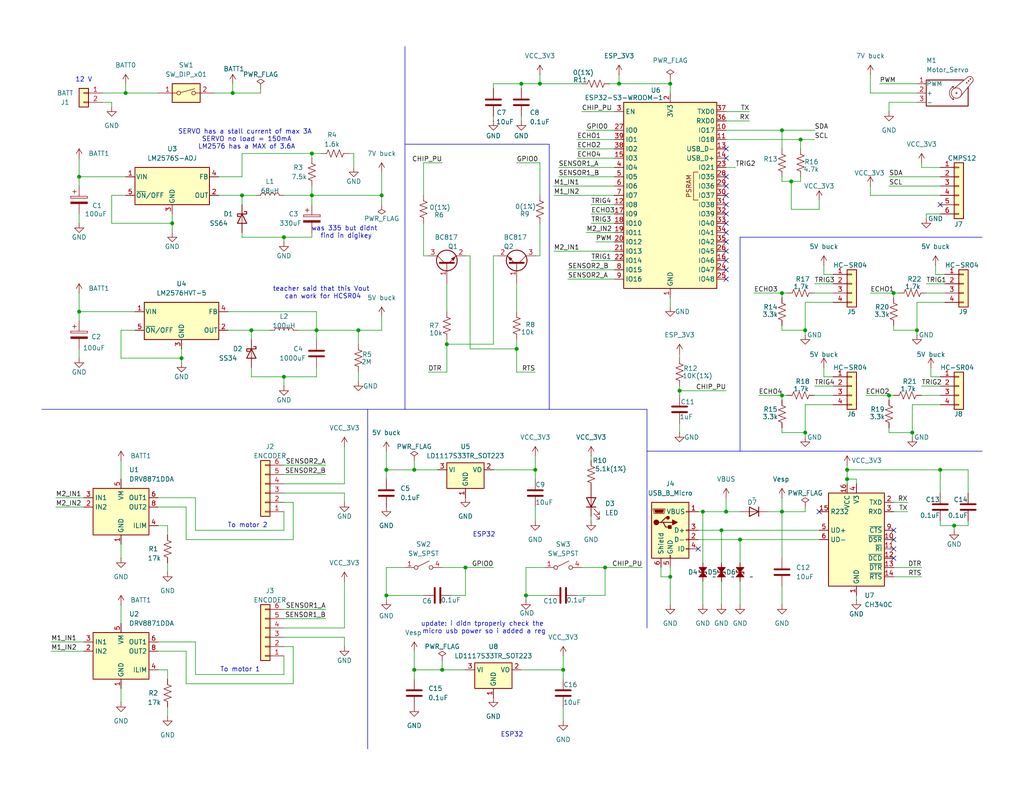
<source format=kicad_sch>
(kicad_sch (version 20231120) (generator "eeschema") (generator_version "8.0")
  (paper "A")
  (title_block (title "Voiture"))
  (lib_symbols
    (symbol "Conn_01x04_1" (pin_names (offset 1.016) hide)
      (property "Reference" "J2" (at 2.54 0.0001 0))
      (property "Value" "HC-SR04" (at 2.54 -2.5399 0))
      (symbol "Conn_01x04_1_1_1"
        (pin power_in line (at -5.08 2.54 0) (length 3.81) (name "VCC") (number "1"))
        (pin passive line (at -5.08 0 0) (length 3.81) (name "Trig") (number "2"))
        (pin passive line (at -5.08 -2.54 0) (length 3.81) (name "Echo") (number "3"))
        (pin power_in line (at -5.08 -5.08 0) (length 3.81) (name "GND") (number "4"))
      )
    )
    (symbol "Conn_01x06_2" (pin_names (offset 1.016) hide)
      (property "Reference" "J4" (at 2.54 0.0001 0))
      (property "Value" "CMPS12" (at 2.54 -2.5399 0))
      (symbol "Conn_01x06_2_1_1"
        (pin power_in line (at -5.08 5.08 0) (length 3.81) (name "Vin") (number "1"))
        (pin passive line (at -5.08 2.54 0) (length 3.81) (name "SDA") (number "2"))
        (pin passive line (at -5.08 0 0) (length 3.81) (name "SCL") (number "3"))
        (pin passive line (at -5.08 -2.54 0) (length 3.81) (name "Mode") (number "4"))
        (pin passive line (at -5.08 -5.08 0) (length 3.81) (name "Factory_use") (number "5"))
        (pin power_in line (at -5.08 -7.62 0) (length 3.81) (name "GND") (number "6"))
      )
    )
    (symbol "Connector:USB_B_Micro" (pin_names (offset 1.016))
      (property "Reference" "J" (at -5.08 11.43 0))
      (property "Value" "USB_B_Micro" (at -5.08 8.89 0))
      (symbol "USB_B_Micro_1_1"
        (pin power_out line (at 7.62 5.08 180) (length 2.54) (name "VBUS") (number "1"))
        (pin bidirectional line (at 7.62 -2.54 180) (length 2.54) (name "D-") (number "2"))
        (pin bidirectional line (at 7.62 0 180) (length 2.54) (name "D+") (number "3"))
        (pin passive line (at 7.62 -5.08 180) (length 2.54) (name "ID") (number "4"))
        (pin power_out line (at 0 -10.16 90) (length 2.54) (name "GND") (number "5"))
        (pin passive line (at -2.54 -10.16 90) (length 2.54) (name "Shield") (number "6"))
      )
    )
    (symbol "Connector_Generic:Conn_01x02" (pin_names (offset 1.016) hide)
      (property "Reference" "J" (at 0 2.54 0))
      (property "Value" "Conn_01x02" (at 0 -5.08 0))
      (symbol "Conn_01x02_1_1"
        (pin passive line (at -5.08 0 0) (length 3.81) (name "Pin_1") (number "1"))
        (pin passive line (at -5.08 -2.54 0) (length 3.81) (name "Pin_2") (number "2"))
      )
    )
    (symbol "Connector_Generic:Conn_01x06" (pin_names (offset 1.016) hide)
      (property "Reference" "J5" (at -1.27 -12.7 0))
      (property "Value" "ENCODER" (at -1.27 -10.16 0))
      (symbol "Conn_01x06_1_1"
        (pin passive line (at -5.08 5.08 0) (length 3.81) (name "MOTOR_+") (number "1"))
        (pin passive line (at -5.08 2.54 0) (length 3.81) (name "MOTOR-") (number "2"))
        (pin passive line (at -5.08 0 0) (length 3.81) (name "SENSOR_GND") (number "3"))
        (pin passive line (at -5.08 -2.54 0) (length 3.81) (name "VCC(5V5)") (number "4"))
        (pin passive line (at -5.08 -5.08 0) (length 3.81) (name "SENSORsigB") (number "5"))
        (pin passive line (at -5.08 -7.62 0) (length 3.81) (name "SENSORsigA") (number "6"))
      )
    )
    (symbol "Device:C" (pin_numbers hide) (pin_names (offset 0.254))
      (property "Reference" "C" (at 0.635 2.54 0))
      (property "Value" "C" (at 0.635 -2.54 0))
      (symbol "C_1_1"
        (pin passive line (at 0 3.81 270) (length 2.794) (name "~") (number "1"))
        (pin passive line (at 0 -3.81 90) (length 2.794) (name "~") (number "2"))
      )
    )
    (symbol "Device:C_Polarized" (pin_numbers hide) (pin_names (offset 0.254))
      (property "Reference" "C" (at 0.635 2.54 0))
      (property "Value" "C_Polarized" (at 0.635 -2.54 0))
      (symbol "C_Polarized_1_1"
        (pin passive line (at 0 3.81 270) (length 2.794) (name "~") (number "1"))
        (pin passive line (at 0 -3.81 90) (length 2.794) (name "~") (number "2"))
      )
    )
    (symbol "Device:D_TVS_Small_Filled" (pin_numbers hide) (pin_names (offset 1.016) hide)
      (property "Reference" "D" (at 0 2.54 0))
      (property "Value" "D_TVS_Small_Filled" (at 0 -2.54 0))
      (symbol "D_TVS_Small_Filled_1_1"
        (pin passive line (at -2.54 0 0) (length 1.27) (name "A1") (number "1"))
        (pin passive line (at 2.54 0 180) (length 1.27) (name "A2") (number "2"))
      )
    )
    (symbol "Device:L" (pin_numbers hide) (pin_names (offset 1.016) hide)
      (property "Reference" "L" (at -1.27 0 90))
      (property "Value" "L" (at 1.905 0 90))
      (symbol "L_1_1"
        (pin passive line (at 0 3.81 270) (length 1.27) (name "1") (number "1"))
        (pin passive line (at 0 -3.81 90) (length 1.27) (name "2") (number "2"))
      )
    )
    (symbol "Device:LED" (pin_numbers hide) (pin_names (offset 1.016) hide)
      (property "Reference" "D" (at 0 2.54 0))
      (property "Value" "LED" (at 0 -2.54 0))
      (symbol "LED_1_1"
        (pin passive line (at -3.81 0 0) (length 2.54) (name "K") (number "1"))
        (pin passive line (at 3.81 0 180) (length 2.54) (name "A") (number "2"))
      )
    )
    (symbol "Device:R_US" (pin_numbers hide) (pin_names (offset 0))
      (property "Reference" "R" (at 2.54 0 90))
      (property "Value" "R_US" (at -2.54 0 90))
      (symbol "R_US_1_1"
        (pin passive line (at 0 3.81 270) (length 1.27) (name "~") (number "1"))
        (pin passive line (at 0 -3.81 90) (length 1.27) (name "~") (number "2"))
      )
    )
    (symbol "Diode:1N5822" (pin_numbers hide) (pin_names (offset 1.016) hide)
      (property "Reference" "D" (at 0 2.54 0))
      (property "Value" "1N5822" (at 0 -2.54 0))
      (symbol "1N5822_1_1"
        (pin passive line (at -3.81 0 0) (length 2.54) (name "K") (number "1"))
        (pin passive line (at 3.81 0 180) (length 2.54) (name "A") (number "2"))
      )
    )
    (symbol "Diode:US2AA" (pin_numbers hide) (pin_names hide)
      (property "Reference" "D" (at 0 2.54 0))
      (property "Value" "US2AA" (at 0 -2.54 0))
      (symbol "US2AA_1_1"
        (pin passive line (at -3.81 0 0) (length 2.54) (name "K") (number "1"))
        (pin passive line (at 3.81 0 180) (length 2.54) (name "A") (number "2"))
      )
    )
    (symbol "Driver_Motor:DRV8871DDA"
      (property "Reference" "U" (at -6.35 6.35 0))
      (property "Value" "DRV8871DDA" (at 8.89 6.35 0))
      (symbol "DRV8871DDA_1_1"
        (pin power_in line (at 0 -10.16 90) (length 2.54) (name "GND") (number "1"))
        (pin input line (at -10.16 0 0) (length 2.54) (name "IN2") (number "2"))
        (pin input line (at -10.16 2.54 0) (length 2.54) (name "IN1") (number "3"))
        (pin passive line (at 10.16 -5.08 180) (length 2.54) (name "ILIM") (number "4"))
        (pin power_in line (at 0 7.62 270) (length 2.54) (name "VM") (number "5"))
        (pin output line (at 10.16 2.54 180) (length 2.54) (name "OUT1") (number "6"))
        (pin passive line (at 0 -10.16 90) (length 2.54) hide (name "GND") (number "7"))
        (pin output line (at 10.16 0 180) (length 2.54) (name "OUT2") (number "8"))
        (pin passive line (at 0 -10.16 90) (length 2.54) hide (name "GND") (number "9"))
      )
    )
    (symbol "Interface_USB:CH340C"
      (property "Reference" "U" (at -5.08 13.97 0))
      (property "Value" "CH340C" (at 1.27 13.97 0))
      (symbol "CH340C_1_1"
        (pin power_in line (at 0 -15.24 90) (length 2.54) (name "GND") (number "1"))
        (pin input line (at 10.16 0 180) (length 2.54) (name "~{DSR}") (number "10"))
        (pin input line (at 10.16 -2.54 180) (length 2.54) (name "~{RI}") (number "11"))
        (pin input line (at 10.16 -5.08 180) (length 2.54) (name "~{DCD}") (number "12"))
        (pin output line (at 10.16 -7.62 180) (length 2.54) (name "~{DTR}") (number "13"))
        (pin output line (at 10.16 -10.16 180) (length 2.54) (name "~{RTS}") (number "14"))
        (pin input line (at -10.16 7.62 0) (length 2.54) (name "R232") (number "15"))
        (pin power_in line (at -2.54 15.24 270) (length 2.54) (name "VCC") (number "16"))
        (pin output line (at 10.16 10.16 180) (length 2.54) (name "TXD") (number "2"))
        (pin input line (at 10.16 7.62 180) (length 2.54) (name "RXD") (number "3"))
        (pin power_out line (at 0 15.24 270) (length 2.54) (name "V3") (number "4"))
        (pin bidirectional line (at -10.16 2.54 0) (length 2.54) (name "UD+") (number "5"))
        (pin bidirectional line (at -10.16 0 0) (length 2.54) (name "UD-") (number "6"))
        (pin no_connect line (at -7.62 -5.08 0) (length 2.54) hide (name "NC") (number "7"))
        (pin no_connect line (at -7.62 -7.62 0) (length 2.54) hide (name "NC") (number "8"))
        (pin input line (at 10.16 2.54 180) (length 2.54) (name "~{CTS}") (number "9"))
      )
    )
    (symbol "Motor:Motor_Servo" (pin_names (offset 0.0254))
      (property "Reference" "M" (at -5.08 4.445 0))
      (property "Value" "Motor_Servo" (at -5.08 -4.064 0))
      (symbol "Motor_Servo_1_1"
        (pin passive line (at -7.62 2.54 0) (length 2.54) (name "PWM") (number "1"))
        (pin passive line (at -7.62 0 0) (length 2.54) (name "+") (number "2"))
        (pin passive line (at -7.62 -2.54 0) (length 2.54) (name "-") (number "3"))
      )
    )
    (symbol "RF_Module:ESP32-S3-WROOM-1"
      (property "Reference" "U" (at -12.7 26.67 0))
      (property "Value" "ESP32-S3-WROOM-1" (at 12.7 26.67 0))
      (symbol "ESP32-S3-WROOM-1_0_0"
        (text "PSRAM" (at 5.08 2.54 900) (effects (font (size 1.27 1.27))))
      )
      (symbol "ESP32-S3-WROOM-1_1_1"
        (pin power_in line (at 0 -27.94 90) (length 2.54) (name "GND") (number "1"))
        (pin bidirectional line (at 15.24 17.78 180) (length 2.54) (name "IO17") (number "10"))
        (pin bidirectional line (at 15.24 15.24 180) (length 2.54) (name "IO18") (number "11"))
        (pin bidirectional line (at -15.24 -2.54 0) (length 2.54) (name "IO8") (number "12"))
        (pin bidirectional line (at 15.24 12.7 180) (length 2.54) (name "USB_D-") (number "13"))
        (pin bidirectional line (at 15.24 10.16 180) (length 2.54) (name "USB_D+") (number "14"))
        (pin bidirectional line (at -15.24 10.16 0) (length 2.54) (name "IO3") (number "15"))
        (pin bidirectional line (at 15.24 -17.78 180) (length 2.54) (name "IO46") (number "16"))
        (pin bidirectional line (at -15.24 -5.08 0) (length 2.54) (name "IO9") (number "17"))
        (pin bidirectional line (at -15.24 -7.62 0) (length 2.54) (name "IO10") (number "18"))
        (pin bidirectional line (at -15.24 -10.16 0) (length 2.54) (name "IO11") (number "19"))
        (pin power_in line (at 0 27.94 270) (length 2.54) (name "3V3") (number "2"))
        (pin bidirectional line (at -15.24 -12.7 0) (length 2.54) (name "IO12") (number "20"))
        (pin bidirectional line (at -15.24 -15.24 0) (length 2.54) (name "IO13") (number "21"))
        (pin bidirectional line (at -15.24 -17.78 0) (length 2.54) (name "IO14") (number "22"))
        (pin bidirectional line (at 15.24 7.62 180) (length 2.54) (name "IO21") (number "23"))
        (pin bidirectional line (at 15.24 -20.32 180) (length 2.54) (name "IO47") (number "24"))
        (pin bidirectional line (at 15.24 -22.86 180) (length 2.54) (name "IO48") (number "25"))
        (pin bidirectional line (at 15.24 -15.24 180) (length 2.54) (name "IO45") (number "26"))
        (pin bidirectional line (at -15.24 17.78 0) (length 2.54) (name "IO0") (number "27"))
        (pin bidirectional line (at 15.24 5.08 180) (length 2.54) (name "IO35") (number "28"))
        (pin bidirectional line (at 15.24 2.54 180) (length 2.54) (name "IO36") (number "29"))
        (pin input line (at -15.24 22.86 0) (length 2.54) (name "EN") (number "3"))
        (pin bidirectional line (at 15.24 0 180) (length 2.54) (name "IO37") (number "30"))
        (pin bidirectional line (at 15.24 -2.54 180) (length 2.54) (name "IO38") (number "31"))
        (pin bidirectional line (at 15.24 -5.08 180) (length 2.54) (name "IO39") (number "32"))
        (pin bidirectional line (at 15.24 -7.62 180) (length 2.54) (name "IO40") (number "33"))
        (pin bidirectional line (at 15.24 -10.16 180) (length 2.54) (name "IO41") (number "34"))
        (pin bidirectional line (at 15.24 -12.7 180) (length 2.54) (name "IO42") (number "35"))
        (pin bidirectional line (at 15.24 20.32 180) (length 2.54) (name "RXD0") (number "36"))
        (pin bidirectional line (at 15.24 22.86 180) (length 2.54) (name "TXD0") (number "37"))
        (pin bidirectional line (at -15.24 12.7 0) (length 2.54) (name "IO2") (number "38"))
        (pin bidirectional line (at -15.24 15.24 0) (length 2.54) (name "IO1") (number "39"))
        (pin bidirectional line (at -15.24 7.62 0) (length 2.54) (name "IO4") (number "4"))
        (pin passive line (at 0 -27.94 90) (length 2.54) hide (name "GND") (number "40"))
        (pin passive line (at 0 -27.94 90) (length 2.54) hide (name "GND") (number "41"))
        (pin bidirectional line (at -15.24 5.08 0) (length 2.54) (name "IO5") (number "5"))
        (pin bidirectional line (at -15.24 2.54 0) (length 2.54) (name "IO6") (number "6"))
        (pin bidirectional line (at -15.24 0 0) (length 2.54) (name "IO7") (number "7"))
        (pin bidirectional line (at -15.24 -20.32 0) (length 2.54) (name "IO15") (number "8"))
        (pin bidirectional line (at -15.24 -22.86 0) (length 2.54) (name "IO16") (number "9"))
      )
    )
    (symbol "Regulator_Linear:LD1117S33TR_SOT223"
      (property "Reference" "U" (at -3.81 3.175 0))
      (property "Value" "LD1117S33TR_SOT223" (at 0 3.175 0))
      (symbol "LD1117S33TR_SOT223_1_1"
        (pin power_in line (at 0 -7.62 90) (length 2.54) (name "GND") (number "1"))
        (pin power_out line (at 7.62 0 180) (length 2.54) (name "VO") (number "2"))
        (pin power_in line (at -7.62 0 0) (length 2.54) (name "VI") (number "3"))
      )
    )
    (symbol "Regulator_Switching:LM2576HVT-5" (pin_names (offset 0.254))
      (property "Reference" "U" (at -10.16 6.35 0))
      (property "Value" "LM2576HVT-5" (at 0 6.35 0))
      (symbol "LM2576HVT-5_1_1"
        (pin power_in line (at -12.7 2.54 0) (length 2.54) (name "VIN") (number "1"))
        (pin output line (at 12.7 -2.54 180) (length 2.54) (name "OUT") (number "2"))
        (pin power_in line (at 0 -7.62 90) (length 2.54) (name "GND") (number "3"))
        (pin input line (at 12.7 2.54 180) (length 2.54) (name "FB") (number "4"))
        (pin input line (at -12.7 -2.54 0) (length 2.54) (name "~{ON}/OFF") (number "5"))
      )
    )
    (symbol "Regulator_Switching:LM2576S-ADJ" (pin_names (offset 0.254))
      (property "Reference" "U" (at -10.16 6.35 0))
      (property "Value" "LM2576S-ADJ" (at 0 6.35 0))
      (symbol "LM2576S-ADJ_1_1"
        (pin power_in line (at -12.7 2.54 0) (length 2.54) (name "VIN") (number "1"))
        (pin output line (at 12.7 -2.54 180) (length 2.54) (name "OUT") (number "2"))
        (pin power_in line (at 0 -7.62 90) (length 2.54) (name "GND") (number "3"))
        (pin input line (at 12.7 2.54 180) (length 2.54) (name "FB") (number "4"))
        (pin input line (at -12.7 -2.54 0) (length 2.54) (name "~{ON}/OFF") (number "5"))
      )
    )
    (symbol "Switch:SW_DIP_x01" (pin_names (offset 0) hide)
      (property "Reference" "SW" (at 0 3.81 0))
      (property "Value" "SW_DIP_x01" (at 0 -3.81 0))
      (symbol "SW_DIP_x01_1_1"
        (pin passive line (at -7.62 0 0) (length 5.08) (name "~") (number "1"))
        (pin passive line (at 7.62 0 180) (length 5.08) (name "~") (number "2"))
      )
    )
    (symbol "Switch:SW_SPST" (pin_names (offset 0) hide)
      (property "Reference" "SW4" (at -1.2701 2.54 90))
      (property "Value" "SW_SPST" (at 1.2699 2.54 90))
      (symbol "SW_SPST_1_1"
        (pin passive line (at -5.08 0 0) (length 2.54) (name "A") (number "1"))
        (pin passive line (at 5.08 0 180) (length 2.54) (name "B") (number "4"))
      )
    )
    (symbol "Transistor_BJT:BC817" (pin_names (offset 0) hide)
      (property "Reference" "Q" (at 5.08 1.905 0))
      (property "Value" "BC817" (at 5.08 0 0))
      (symbol "BC817_1_1"
        (pin input line (at -5.08 0 0) (length 5.715) (name "B") (number "1"))
        (pin passive line (at 2.54 -5.08 90) (length 2.54) (name "E") (number "2"))
        (pin passive line (at 2.54 5.08 270) (length 2.54) (name "C") (number "3"))
      )
    )
    (symbol "power:+3V3" (power) (pin_numbers hide) (pin_names (offset 0) hide)
      (property "Value" "+3V3" (at 0 3.556 0))
      (symbol "+3V3_1_1"
        (pin power_in line (at 0 0 90) (length 0) (name "~") (number "1"))
      )
    )
    (symbol "power:+5V" (power) (pin_numbers hide) (pin_names (offset 0) hide)
      (property "Value" "+5V" (at 0 3.556 0))
      (symbol "+5V_1_1"
        (pin power_in line (at 0 0 90) (length 0) (name "~") (number "1"))
      )
    )
    (symbol "power:GND" (power) (pin_numbers hide) (pin_names (offset 0) hide)
      (property "Value" "GND" (at 0 -3.81 0))
      (symbol "GND_1_1"
        (pin power_in line (at 0 0 270) (length 0) (name "~") (number "1"))
      )
    )
    (symbol "power:PWR_FLAG" (power) (pin_numbers hide) (pin_names (offset 0) hide)
      (property "Value" "PWR_FLAG" (at 0 3.81 0))
      (symbol "PWR_FLAG_0_0"
        (pin power_out line (at 0 0 90) (length 0) (name "~") (number "1"))
      )
    )
  )
  (junction (at 49.53 97.79))
  (junction (at 213.36 80.01))
  (junction (at 127 154.94))
  (junction (at 146.05 128.27))
  (junction (at 213.36 107.95))
  (junction (at 140.97 95.25))
  (junction (at 143.51 162.56))
  (junction (at 219.71 118.11))
  (junction (at 242.57 107.95))
  (junction (at 250.19 90.17))
  (junction (at 121.92 93.98))
  (junction (at 86.36 90.17))
  (junction (at 198.12 139.7))
  (junction (at 153.67 182.88))
  (junction (at 248.92 118.11))
  (junction (at 256.54 128.27))
  (junction (at 231.14 130.81))
  (junction (at 68.58 90.17))
  (junction (at 168.91 22.86))
  (junction (at 215.9 49.53))
  (junction (at 21.59 48.26))
  (junction (at 213.36 35.56))
  (junction (at 219.71 90.17))
  (junction (at 97.79 90.17))
  (junction (at 213.36 139.7))
  (junction (at 21.59 85.09))
  (junction (at 182.88 157.48))
  (junction (at 113.03 182.88))
  (junction (at 105.41 128.27))
  (junction (at 142.24 22.86))
  (junction (at 63.5 25.4))
  (junction (at 104.14 53.34))
  (junction (at 182.88 22.86))
  (junction (at 85.09 53.34))
  (junction (at 85.09 41.91))
  (junction (at 201.93 147.32))
  (junction (at 185.42 106.68))
  (junction (at 113.03 128.27))
  (junction (at 231.14 128.27))
  (junction (at 77.47 64.77))
  (junction (at 260.35 143.51))
  (junction (at 147.32 22.86))
  (junction (at 218.44 38.1))
  (junction (at 66.04 53.34))
  (junction (at 196.85 144.78))
  (junction (at 243.84 80.01))
  (junction (at 191.77 139.7))
  (junction (at 77.47 102.87))
  (junction (at 34.29 25.4))
  (junction (at 46.99 60.96))
  (junction (at 120.65 182.88))
  (junction (at 165.1 154.94))
  (junction (at 105.41 162.56))
  (no_connect (at 198.12 68.58))
  (no_connect (at 256.54 55.88))
  (no_connect (at 243.84 149.86))
  (no_connect (at 198.12 48.26))
  (no_connect (at 198.12 43.18))
  (no_connect (at 198.12 58.42))
  (no_connect (at 198.12 55.88))
  (no_connect (at 223.52 139.7))
  (no_connect (at 198.12 63.5))
  (no_connect (at 198.12 73.66))
  (no_connect (at 243.84 147.32))
  (no_connect (at 243.84 144.78))
  (no_connect (at 198.12 53.34))
  (no_connect (at 198.12 76.2))
  (no_connect (at 198.12 50.8))
  (no_connect (at 198.12 40.64))
  (no_connect (at 198.12 71.12))
  (no_connect (at 198.12 66.04))
  (no_connect (at 198.12 60.96))
  (no_connect (at 243.84 152.4))
  (no_connect (at 190.5 149.86))
  (wire (pts (xy 34.29 53.34) (xy 30.48 53.34)))
  (wire (pts (xy 50.8 138.43) (xy 50.8 147.32)))
  (wire (pts (xy 182.88 81.28) (xy 182.88 83.82)))
  (wire (pts (xy 113.03 182.88) (xy 120.65 182.88)))
  (wire (pts (xy 77.47 127) (xy 88.9 127)))
  (wire (pts (xy 116.84 101.6) (xy 121.92 101.6)))
  (wire (pts (xy 182.88 157.48) (xy 182.88 165.1)))
  (wire (pts (xy 85.09 63.5) (xy 85.09 64.77)))
  (wire (pts (xy 43.18 177.8) (xy 50.8 177.8)))
  (wire (pts (xy 160.02 35.56) (xy 167.64 35.56)))
  (wire (pts (xy 27.94 27.94) (xy 30.48 27.94)))
  (polyline (pts (xy 176.53 111.76) (xy 176.53 171.45)))
  (wire (pts (xy 140.97 95.25) (xy 140.97 92.71)))
  (wire (pts (xy 256.54 58.42) (xy 252.73 58.42)))
  (wire (pts (xy 105.41 128.27) (xy 113.03 128.27)))
  (wire (pts (xy 62.23 90.17) (xy 68.58 90.17)))
  (wire (pts (xy 257.81 82.55) (xy 250.19 82.55)))
  (wire (pts (xy 77.47 176.53) (xy 80.01 176.53)))
  (wire (pts (xy 222.25 77.47) (xy 227.33 77.47)))
  (wire (pts (xy 242.57 48.26) (xy 256.54 48.26)))
  (wire (pts (xy 140.97 44.45) (xy 147.32 44.45)))
  (wire (pts (xy 151.13 53.34) (xy 167.64 53.34)))
  (wire (pts (xy 147.32 22.86) (xy 158.75 22.86)))
  (wire (pts (xy 77.47 64.77) (xy 77.47 66.04)))
  (wire (pts (xy 58.42 25.4) (xy 63.5 25.4)))
  (wire (pts (xy 121.92 85.09) (xy 121.92 77.47)))
  (wire (pts (xy 243.84 80.01) (xy 243.84 81.28)))
  (wire (pts (xy 219.71 82.55) (xy 219.71 90.17)))
  (wire (pts (xy 191.77 139.7) (xy 191.77 153.67)))
  (wire (pts (xy 142.24 33.02) (xy 142.24 31.75)))
  (wire (pts (xy 190.5 147.32) (xy 201.93 147.32)))
  (wire (pts (xy 237.49 20.32) (xy 237.49 25.4)))
  (wire (pts (xy 13.97 175.26) (xy 22.86 175.26)))
  (wire (pts (xy 134.62 128.27) (xy 146.05 128.27)))
  (wire (pts (xy 154.94 76.2) (xy 167.64 76.2)))
  (wire (pts (xy 152.4 48.26) (xy 167.64 48.26)))
  (wire (pts (xy 222.25 105.41) (xy 227.33 105.41)))
  (wire (pts (xy 53.34 175.26) (xy 43.18 175.26)))
  (wire (pts (xy 218.44 40.64) (xy 218.44 38.1)))
  (wire (pts (xy 146.05 69.85) (xy 147.32 69.85)))
  (wire (pts (xy 120.65 44.45) (xy 115.57 44.45)))
  (wire (pts (xy 242.57 118.11) (xy 242.57 116.84)))
  (wire (pts (xy 153.67 179.07) (xy 153.67 182.88)))
  (wire (pts (xy 233.68 162.56) (xy 233.68 163.83)))
  (wire (pts (xy 251.46 107.95) (xy 256.54 107.95)))
  (wire (pts (xy 213.36 49.53) (xy 215.9 49.53)))
  (wire (pts (xy 45.72 153.67) (xy 45.72 156.21)))
  (wire (pts (xy 146.05 128.27) (xy 146.05 130.81)))
  (wire (pts (xy 120.65 154.94) (xy 127 154.94)))
  (wire (pts (xy 180.34 157.48) (xy 182.88 157.48)))
  (wire (pts (xy 256.54 143.51) (xy 260.35 143.51)))
  (wire (pts (xy 161.29 142.24) (xy 161.29 140.97)))
  (wire (pts (xy 231.14 130.81) (xy 233.68 130.81)))
  (wire (pts (xy 157.48 40.64) (xy 167.64 40.64)))
  (wire (pts (xy 161.29 71.12) (xy 167.64 71.12)))
  (wire (pts (xy 251.46 105.41) (xy 256.54 105.41)))
  (wire (pts (xy 36.83 90.17) (xy 33.02 90.17)))
  (wire (pts (xy 21.59 48.26) (xy 21.59 50.8)))
  (wire (pts (xy 151.13 68.58) (xy 167.64 68.58)))
  (wire (pts (xy 21.59 43.18) (xy 21.59 48.26)))
  (wire (pts (xy 162.56 66.04) (xy 167.64 66.04)))
  (wire (pts (xy 105.41 154.94) (xy 105.41 162.56)))
  (wire (pts (xy 115.57 69.85) (xy 115.57 60.96)))
  (wire (pts (xy 154.94 73.66) (xy 167.64 73.66)))
  (wire (pts (xy 190.5 139.7) (xy 191.77 139.7)))
  (wire (pts (xy 213.36 160.02) (xy 213.36 165.1)))
  (wire (pts (xy 252.73 58.42) (xy 252.73 59.69)))
  (wire (pts (xy 71.12 24.13) (xy 71.12 25.4)))
  (wire (pts (xy 68.58 102.87) (xy 77.47 102.87)))
  (wire (pts (xy 201.93 147.32) (xy 223.52 147.32)))
  (wire (pts (xy 185.42 106.68) (xy 198.12 106.68)))
  (wire (pts (xy 97.79 104.14) (xy 97.79 101.6)))
  (wire (pts (xy 21.59 85.09) (xy 21.59 87.63)))
  (wire (pts (xy 105.41 123.19) (xy 105.41 128.27)))
  (wire (pts (xy 219.71 138.43) (xy 219.71 139.7)))
  (wire (pts (xy 248.92 119.38) (xy 248.92 118.11)))
  (wire (pts (xy 113.03 177.8) (xy 113.03 182.88)))
  (wire (pts (xy 243.84 139.7) (xy 247.65 139.7)))
  (wire (pts (xy 233.68 132.08) (xy 233.68 130.81)))
  (wire (pts (xy 227.33 110.49) (xy 219.71 110.49)))
  (wire (pts (xy 105.41 162.56) (xy 105.41 163.83)))
  (wire (pts (xy 251.46 45.72) (xy 256.54 45.72)))
  (wire (pts (xy 242.57 118.11) (xy 248.92 118.11)))
  (wire (pts (xy 15.24 135.89) (xy 22.86 135.89)))
  (wire (pts (xy 77.47 166.37) (xy 88.9 166.37)))
  (wire (pts (xy 237.49 53.34) (xy 237.49 50.8)))
  (wire (pts (xy 250.19 82.55) (xy 250.19 90.17)))
  (wire (pts (xy 33.02 165.1) (xy 33.02 170.18)))
  (wire (pts (xy 224.79 102.87) (xy 227.33 102.87)))
  (wire (pts (xy 86.36 85.09) (xy 86.36 90.17)))
  (wire (pts (xy 134.62 31.75) (xy 134.62 33.02)))
  (wire (pts (xy 256.54 128.27) (xy 256.54 134.62)))
  (wire (pts (xy 219.71 119.38) (xy 219.71 118.11)))
  (wire (pts (xy 250.19 91.44) (xy 250.19 90.17)))
  (wire (pts (xy 127 154.94) (xy 134.62 154.94)))
  (wire (pts (xy 77.47 168.91) (xy 88.9 168.91)))
  (wire (pts (xy 148.59 154.94) (xy 143.51 154.94)))
  (wire (pts (xy 63.5 22.86) (xy 63.5 25.4)))
  (polyline (pts (xy 176.53 123.19) (xy 267.97 123.19)))
  (wire (pts (xy 45.72 193.04) (xy 45.72 195.58)))
  (wire (pts (xy 66.04 48.26) (xy 66.04 41.91)))
  (wire (pts (xy 50.8 186.69) (xy 80.01 186.69)))
  (wire (pts (xy 213.36 135.89) (xy 213.36 139.7)))
  (wire (pts (xy 185.42 106.68) (xy 185.42 107.95)))
  (wire (pts (xy 157.48 162.56) (xy 165.1 162.56)))
  (wire (pts (xy 62.23 85.09) (xy 86.36 85.09)))
  (wire (pts (xy 168.91 20.32) (xy 168.91 22.86)))
  (wire (pts (xy 196.85 158.75) (xy 196.85 165.1)))
  (wire (pts (xy 218.44 49.53) (xy 218.44 48.26)))
  (wire (pts (xy 68.58 100.33) (xy 68.58 102.87)))
  (wire (pts (xy 113.03 125.73) (xy 113.03 128.27)))
  (wire (pts (xy 128.27 69.85) (xy 128.27 95.25)))
  (wire (pts (xy 198.12 135.89) (xy 198.12 139.7)))
  (wire (pts (xy 196.85 144.78) (xy 223.52 144.78)))
  (wire (pts (xy 213.36 118.11) (xy 213.36 116.84)))
  (polyline (pts (xy 201.93 64.77) (xy 201.93 123.19)))
  (wire (pts (xy 33.02 97.79) (xy 49.53 97.79)))
  (wire (pts (xy 13.97 177.8) (xy 22.86 177.8)))
  (wire (pts (xy 33.02 125.73) (xy 33.02 130.81)))
  (wire (pts (xy 213.36 80.01) (xy 213.36 81.28)))
  (wire (pts (xy 86.36 90.17) (xy 97.79 90.17)))
  (wire (pts (xy 97.79 90.17) (xy 104.14 90.17)))
  (wire (pts (xy 237.49 25.4) (xy 250.19 25.4)))
  (wire (pts (xy 30.48 53.34) (xy 30.48 60.96)))
  (wire (pts (xy 157.48 43.18) (xy 167.64 43.18)))
  (wire (pts (xy 49.53 97.79) (xy 49.53 99.06)))
  (wire (pts (xy 59.69 48.26) (xy 66.04 48.26)))
  (polyline (pts (xy 110.49 111.76) (xy 176.53 111.76)))
  (polyline (pts (xy 100.33 111.76) (xy 100.33 204.47)))
  (wire (pts (xy 213.36 107.95) (xy 213.36 109.22)))
  (wire (pts (xy 264.16 128.27) (xy 256.54 128.27)))
  (wire (pts (xy 214.63 107.95) (xy 213.36 107.95)))
  (wire (pts (xy 77.47 144.78) (xy 53.34 144.78)))
  (polyline (pts (xy 149.86 39.37) (xy 149.86 111.76)))
  (wire (pts (xy 254 102.87) (xy 256.54 102.87)))
  (wire (pts (xy 104.14 86.36) (xy 104.14 90.17)))
  (wire (pts (xy 255.27 74.93) (xy 257.81 74.93)))
  (wire (pts (xy 93.98 173.99) (xy 93.98 176.53)))
  (wire (pts (xy 180.34 154.94) (xy 180.34 157.48)))
  (wire (pts (xy 215.9 49.53) (xy 215.9 57.15)))
  (wire (pts (xy 86.36 90.17) (xy 86.36 92.71)))
  (wire (pts (xy 158.75 30.48) (xy 167.64 30.48)))
  (wire (pts (xy 85.09 41.91) (xy 87.63 41.91)))
  (wire (pts (xy 142.24 22.86) (xy 142.24 24.13)))
  (wire (pts (xy 198.12 45.72) (xy 200.66 45.72)))
  (wire (pts (xy 231.14 127) (xy 231.14 128.27)))
  (wire (pts (xy 231.14 128.27) (xy 231.14 130.81)))
  (wire (pts (xy 237.49 80.01) (xy 243.84 80.01)))
  (wire (pts (xy 143.51 162.56) (xy 149.86 162.56)))
  (wire (pts (xy 77.47 179.07) (xy 77.47 184.15)))
  (wire (pts (xy 168.91 22.86) (xy 182.88 22.86)))
  (wire (pts (xy 49.53 95.25) (xy 49.53 97.79)))
  (wire (pts (xy 251.46 44.45) (xy 251.46 45.72)))
  (wire (pts (xy 185.42 115.57) (xy 185.42 118.11)))
  (wire (pts (xy 127 154.94) (xy 127 162.56)))
  (wire (pts (xy 245.11 80.01) (xy 243.84 80.01)))
  (wire (pts (xy 147.32 44.45) (xy 147.32 53.34)))
  (wire (pts (xy 254 100.33) (xy 254 102.87)))
  (wire (pts (xy 243.84 137.16) (xy 247.65 137.16)))
  (wire (pts (xy 127 69.85) (xy 128.27 69.85)))
  (wire (pts (xy 53.34 144.78) (xy 53.34 135.89)))
  (wire (pts (xy 43.18 135.89) (xy 53.34 135.89)))
  (wire (pts (xy 185.42 96.52) (xy 185.42 97.79)))
  (wire (pts (xy 264.16 134.62) (xy 264.16 128.27)))
  (wire (pts (xy 185.42 105.41) (xy 185.42 106.68)))
  (wire (pts (xy 198.12 35.56) (xy 213.36 35.56)))
  (wire (pts (xy 223.52 57.15) (xy 215.9 57.15)))
  (wire (pts (xy 165.1 154.94) (xy 175.26 154.94)))
  (wire (pts (xy 134.62 22.86) (xy 142.24 22.86)))
  (wire (pts (xy 68.58 90.17) (xy 68.58 92.71)))
  (wire (pts (xy 140.97 85.09) (xy 140.97 77.47)))
  (wire (pts (xy 53.34 184.15) (xy 77.47 184.15)))
  (wire (pts (xy 213.36 90.17) (xy 213.36 88.9)))
  (wire (pts (xy 224.79 100.33) (xy 224.79 102.87)))
  (wire (pts (xy 85.09 64.77) (xy 77.47 64.77)))
  (wire (pts (xy 68.58 90.17) (xy 73.66 90.17)))
  (wire (pts (xy 21.59 58.42) (xy 21.59 60.96)))
  (wire (pts (xy 120.65 182.88) (xy 127 182.88)))
  (wire (pts (xy 166.37 22.86) (xy 168.91 22.86)))
  (wire (pts (xy 33.02 90.17) (xy 33.02 97.79)))
  (wire (pts (xy 153.67 182.88) (xy 153.67 185.42)))
  (wire (pts (xy 96.52 45.72) (xy 96.52 41.91)))
  (wire (pts (xy 242.57 107.95) (xy 242.57 109.22)))
  (wire (pts (xy 66.04 53.34) (xy 69.85 53.34)))
  (wire (pts (xy 105.41 128.27) (xy 105.41 130.81)))
  (wire (pts (xy 45.72 143.51) (xy 45.72 146.05)))
  (wire (pts (xy 158.75 154.94) (xy 165.1 154.94)))
  (wire (pts (xy 43.18 138.43) (xy 50.8 138.43)))
  (wire (pts (xy 242.57 27.94) (xy 242.57 30.48)))
  (wire (pts (xy 198.12 139.7) (xy 201.93 139.7)))
  (wire (pts (xy 250.19 27.94) (xy 242.57 27.94)))
  (wire (pts (xy 115.57 44.45) (xy 115.57 53.34)))
  (wire (pts (xy 143.51 163.83) (xy 143.51 162.56)))
  (wire (pts (xy 146.05 138.43) (xy 146.05 142.24)))
  (wire (pts (xy 77.47 134.62) (xy 93.98 134.62)))
  (wire (pts (xy 215.9 49.53) (xy 218.44 49.53)))
  (wire (pts (xy 21.59 95.25) (xy 21.59 97.79)))
  (wire (pts (xy 86.36 102.87) (xy 77.47 102.87)))
  (wire (pts (xy 256.54 110.49) (xy 248.92 110.49)))
  (wire (pts (xy 260.35 143.51) (xy 264.16 143.51)))
  (wire (pts (xy 46.99 60.96) (xy 46.99 63.5)))
  (wire (pts (xy 151.13 50.8) (xy 167.64 50.8)))
  (wire (pts (xy 142.24 182.88) (xy 153.67 182.88)))
  (wire (pts (xy 161.29 58.42) (xy 167.64 58.42)))
  (polyline (pts (xy 420.37 162.56) (xy 420.37 163.83)))
  (polyline (pts (xy 110.49 12.7) (xy 110.49 111.76)))
  (wire (pts (xy 77.47 137.16) (xy 80.01 137.16)))
  (wire (pts (xy 146.05 101.6) (xy 140.97 101.6)))
  (wire (pts (xy 213.36 139.7) (xy 219.71 139.7)))
  (wire (pts (xy 121.92 92.71) (xy 121.92 93.98)))
  (wire (pts (xy 77.47 132.08) (xy 93.98 132.08)))
  (wire (pts (xy 214.63 80.01) (xy 213.36 80.01)))
  (wire (pts (xy 30.48 60.96) (xy 46.99 60.96)))
  (wire (pts (xy 152.4 45.72) (xy 167.64 45.72)))
  (wire (pts (xy 218.44 38.1) (xy 222.25 38.1)))
  (wire (pts (xy 66.04 41.91) (xy 85.09 41.91)))
  (wire (pts (xy 260.35 143.51) (xy 260.35 144.78)))
  (wire (pts (xy 264.16 142.24) (xy 264.16 143.51)))
  (wire (pts (xy 120.65 180.34) (xy 120.65 182.88)))
  (wire (pts (xy 161.29 55.88) (xy 167.64 55.88)))
  (wire (pts (xy 213.36 118.11) (xy 219.71 118.11)))
  (polyline (pts (xy 110.49 111.76) (xy 100.33 111.76)))
  (wire (pts (xy 50.8 147.32) (xy 80.01 147.32)))
  (wire (pts (xy 252.73 77.47) (xy 257.81 77.47)))
  (wire (pts (xy 121.92 93.98) (xy 121.92 101.6)))
  (wire (pts (xy 77.47 129.54) (xy 88.9 129.54)))
  (wire (pts (xy 85.09 53.34) (xy 104.14 53.34)))
  (wire (pts (xy 116.84 69.85) (xy 115.57 69.85)))
  (wire (pts (xy 243.84 90.17) (xy 250.19 90.17)))
  (wire (pts (xy 15.24 138.43) (xy 22.86 138.43)))
  (wire (pts (xy 198.12 33.02) (xy 204.47 33.02)))
  (wire (pts (xy 93.98 121.92) (xy 93.98 132.08)))
  (wire (pts (xy 201.93 147.32) (xy 201.93 153.67)))
  (wire (pts (xy 45.72 182.88) (xy 45.72 185.42)))
  (wire (pts (xy 34.29 25.4) (xy 43.18 25.4)))
  (wire (pts (xy 93.98 134.62) (xy 93.98 137.16)))
  (polyline (pts (xy 110.49 39.37) (xy 149.86 39.37)))
  (wire (pts (xy 191.77 139.7) (xy 198.12 139.7)))
  (wire (pts (xy 77.47 171.45) (xy 93.98 171.45)))
  (wire (pts (xy 105.41 162.56) (xy 115.57 162.56)))
  (wire (pts (xy 201.93 158.75) (xy 201.93 165.1)))
  (wire (pts (xy 104.14 46.99) (xy 104.14 53.34)))
  (wire (pts (xy 182.88 21.59) (xy 182.88 22.86)))
  (wire (pts (xy 240.03 22.86) (xy 250.19 22.86)))
  (wire (pts (xy 34.29 48.26) (xy 21.59 48.26)))
  (wire (pts (xy 224.79 74.93) (xy 227.33 74.93)))
  (wire (pts (xy 80.01 176.53) (xy 80.01 186.69)))
  (wire (pts (xy 33.02 187.96) (xy 33.02 191.77)))
  (wire (pts (xy 80.01 137.16) (xy 80.01 147.32)))
  (wire (pts (xy 59.69 53.34) (xy 66.04 53.34)))
  (wire (pts (xy 147.32 69.85) (xy 147.32 60.96)))
  (wire (pts (xy 256.54 142.24) (xy 256.54 143.51)))
  (wire (pts (xy 182.88 25.4) (xy 182.88 22.86)))
  (wire (pts (xy 243.84 154.94) (xy 251.46 154.94)))
  (wire (pts (xy 43.18 182.88) (xy 45.72 182.88)))
  (wire (pts (xy 222.25 80.01) (xy 227.33 80.01)))
  (wire (pts (xy 252.73 80.01) (xy 257.81 80.01)))
  (wire (pts (xy 96.52 41.91) (xy 95.25 41.91)))
  (wire (pts (xy 33.02 148.59) (xy 33.02 152.4)))
  (wire (pts (xy 242.57 50.8) (xy 256.54 50.8)))
  (wire (pts (xy 231.14 130.81) (xy 231.14 132.08)))
  (wire (pts (xy 213.36 139.7) (xy 213.36 152.4)))
  (wire (pts (xy 256.54 128.27) (xy 231.14 128.27)))
  (wire (pts (xy 227.33 82.55) (xy 219.71 82.55)))
  (wire (pts (xy 128.27 95.25) (xy 140.97 95.25)))
  (wire (pts (xy 256.54 53.34) (xy 237.49 53.34)))
  (wire (pts (xy 198.12 38.1) (xy 218.44 38.1)))
  (wire (pts (xy 21.59 80.01) (xy 21.59 85.09)))
  (wire (pts (xy 21.59 85.09) (xy 36.83 85.09)))
  (wire (pts (xy 46.99 58.42) (xy 46.99 60.96)))
  (wire (pts (xy 123.19 162.56) (xy 127 162.56)))
  (wire (pts (xy 104.14 53.34) (xy 104.14 55.88)))
  (wire (pts (xy 97.79 90.17) (xy 97.79 93.98)))
  (polyline (pts (xy 201.93 64.77) (xy 267.97 64.77)))
  (wire (pts (xy 160.02 63.5) (xy 167.64 63.5)))
  (wire (pts (xy 66.04 53.34) (xy 66.04 55.88)))
  (wire (pts (xy 50.8 177.8) (xy 50.8 186.69)))
  (wire (pts (xy 198.12 30.48) (xy 204.47 30.48)))
  (wire (pts (xy 113.03 182.88) (xy 113.03 185.42)))
  (wire (pts (xy 85.09 53.34) (xy 85.09 55.88)))
  (wire (pts (xy 53.34 184.15) (xy 53.34 175.26)))
  (wire (pts (xy 77.47 139.7) (xy 77.47 144.78)))
  (wire (pts (xy 224.79 72.39) (xy 224.79 74.93)))
  (wire (pts (xy 205.74 80.01) (xy 213.36 80.01)))
  (wire (pts (xy 213.36 49.53) (xy 213.36 48.26)))
  (wire (pts (xy 255.27 72.39) (xy 255.27 74.93)))
  (wire (pts (xy 142.24 22.86) (xy 147.32 22.86)))
  (wire (pts (xy 66.04 64.77) (xy 77.47 64.77)))
  (wire (pts (xy 134.62 69.85) (xy 135.89 69.85)))
  (wire (pts (xy 27.94 25.4) (xy 34.29 25.4)))
  (wire (pts (xy 85.09 41.91) (xy 85.09 43.18)))
  (wire (pts (xy 243.84 157.48) (xy 251.46 157.48)))
  (wire (pts (xy 86.36 100.33) (xy 86.36 102.87)))
  (wire (pts (xy 161.29 124.46) (xy 161.29 125.73)))
  (wire (pts (xy 147.32 20.32) (xy 147.32 22.86)))
  (wire (pts (xy 213.36 35.56) (xy 222.25 35.56)))
  (wire (pts (xy 30.48 27.94) (xy 30.48 29.21)))
  (wire (pts (xy 191.77 158.75) (xy 191.77 165.1)))
  (wire (pts (xy 223.52 54.61) (xy 223.52 57.15)))
  (wire (pts (xy 196.85 144.78) (xy 196.85 153.67)))
  (wire (pts (xy 85.09 50.8) (xy 85.09 53.34)))
  (polyline (pts (xy 11.43 111.76) (xy 100.33 111.76)))
  (wire (pts (xy 190.5 144.78) (xy 196.85 144.78)))
  (wire (pts (xy 81.28 90.17) (xy 86.36 90.17)))
  (wire (pts (xy 161.29 60.96) (xy 167.64 60.96)))
  (wire (pts (xy 77.47 53.34) (xy 85.09 53.34)))
  (wire (pts (xy 165.1 154.94) (xy 165.1 162.56)))
  (wire (pts (xy 248.92 110.49) (xy 248.92 118.11)))
  (wire (pts (xy 219.71 91.44) (xy 219.71 90.17)))
  (wire (pts (xy 134.62 22.86) (xy 134.62 24.13)))
  (wire (pts (xy 140.97 101.6) (xy 140.97 95.25)))
  (wire (pts (xy 77.47 173.99) (xy 93.98 173.99)))
  (wire (pts (xy 146.05 124.46) (xy 146.05 128.27)))
  (wire (pts (xy 93.98 158.75) (xy 93.98 171.45)))
  (wire (pts (xy 182.88 154.94) (xy 182.88 157.48)))
  (wire (pts (xy 77.47 102.87) (xy 77.47 105.41)))
  (wire (pts (xy 219.71 110.49) (xy 219.71 118.11)))
  (wire (pts (xy 153.67 193.04) (xy 153.67 196.85)))
  (wire (pts (xy 113.03 128.27) (xy 119.38 128.27)))
  (wire (pts (xy 207.01 107.95) (xy 213.36 107.95)))
  (wire (pts (xy 209.55 139.7) (xy 213.36 139.7)))
  (wire (pts (xy 143.51 154.94) (xy 143.51 162.56)))
  (wire (pts (xy 43.18 143.51) (xy 45.72 143.51)))
  (wire (pts (xy 110.49 154.94) (xy 105.41 154.94)))
  (wire (pts (xy 222.25 107.95) (xy 227.33 107.95)))
  (wire (pts (xy 66.04 63.5) (xy 66.04 64.77)))
  (wire (pts (xy 121.92 93.98) (xy 134.62 93.98)))
  (wire (pts (xy 34.29 22.86) (xy 34.29 25.4)))
  (wire (pts (xy 213.36 90.17) (xy 219.71 90.17)))
  (wire (pts (xy 134.62 69.85) (xy 134.62 93.98)))
  (wire (pts (xy 157.48 38.1) (xy 167.64 38.1)))
  (wire (pts (xy 243.84 90.17) (xy 243.84 88.9)))
  (wire (pts (xy 236.22 107.95) (xy 242.57 107.95)))
  (wire (pts (xy 213.36 35.56) (xy 213.36 40.64)))
  (wire (pts (xy 242.57 107.95) (xy 243.84 107.95)))
  (wire (pts (xy 71.12 25.4) (xy 63.5 25.4)))
  (text "ESP32\n" (at 132.08 146.05 0) (effects (font (size 1.27 1.27))))
  (text "To motor 2" (at 67.564 143.51 0) (effects (font (size 1.27 1.27))))
  (text "To motor 1\n" (at 65.532 182.88 0) (effects (font (size 1.27 1.27))))
  (text "teacher said that this Vout\n can work for HCSR04\n" (at 87.63 80.01 0) (effects (font (size 1.27 1.27))))
  (text "ESP32\n" (at 139.7 200.66 0) (effects (font (size 1.27 1.27))))
  (text "was 335 but didnt\n find in digikey" (at 93.98 63.5 0) (effects (font (size 1.27 1.27))))
  (text "update: i didn tproperly check the \nmicro usb power so i added a reg\n" (at 132.08 171.45 0) (effects (font (size 1.27 1.27))))
  (text "12 V\n\n" (at 22.86 22.86 0) (effects (font (size 1.27 1.27))))
  (text "SERVO has a stall current of max 3A \nSERVO no load = 150mA\nLM2576 has a MAX of 3.6A" (at 67.31 38.1 0) (effects (font (size 1.27 1.27))))
  (label "ECHO3" (at 205.74 80.01 0))
  (label "GPIO0" (at 160.02 35.56 0))
  (label "SCL" (at 242.57 50.8 0))
  (label "TRIG2" (at 251.46 105.41 0))
  (label "ECHO4" (at 157.48 43.18 0))
  (label "ECHO3" (at 161.29 58.42 0))
  (label "CHIP_PU" (at 175.26 154.94 180))
  (label "SENSOR1_B" (at 88.9 168.91 180))
  (label "TX" (at 247.65 139.7 180))
  (label "RTS" (at 146.05 101.6 180))
  (label "SENSOR1_A" (at 88.9 166.37 180))
  (label "M2_IN1" (at 151.13 68.58 0) (effects (font (thickness 0.1588))))
  (label "RTS" (at 251.46 157.48 180))
  (label "ECHO4" (at 207.01 107.95 0))
  (label "M1_IN2" (at 13.97 177.8 0) (effects (font (thickness 0.1588))))
  (label "M1_IN2" (at 151.13 53.34 0) (effects (font (thickness 0.1588))))
  (label "SCL" (at 222.25 38.1 0))
  (label "ECHO2" (at 157.48 40.64 0))
  (label "DTR" (at 251.46 154.94 180))
  (label "PWM" (at 162.56 66.04 0))
  (label "SENSOR2_A" (at 88.9 127 180))
  (label "CHIP_PU" (at 120.65 44.45 180))
  (label "TX" (at 204.47 30.48 180))
  (label "SDA" (at 222.25 35.56 0))
  (label "SENSOR2_B" (at 154.94 73.66 0))
  (label "M1_IN1" (at 13.97 175.26 0) (effects (font (thickness 0.1588))))
  (label "M2_IN1" (at 15.24 135.89 0) (effects (font (thickness 0.1588))))
  (label "ECHO1" (at 157.48 38.1 0))
  (label "M1_IN1" (at 151.13 50.8 0) (effects (font (thickness 0.1588))))
  (label "TRIG1" (at 252.73 77.47 0))
  (label "SENSOR1_B" (at 152.4 48.26 0))
  (label "SDA" (at 242.57 48.26 0))
  (label "TRIG3" (at 161.29 60.96 0))
  (label "RX" (at 247.65 137.16 180))
  (label "TRIG4" (at 161.29 55.88 0))
  (label "TRIG2" (at 200.66 45.72 0))
  (label "DTR" (at 116.84 101.6 0))
  (label "GPIO0" (at 134.62 154.94 180))
  (label "ECHO2" (at 236.22 107.95 0))
  (label "M2_IN2" (at 15.24 138.43 0) (effects (font (thickness 0.1588))))
  (label "PWM" (at 240.03 22.86 0))
  (label "SENSOR2_B" (at 88.9 129.54 180))
  (label "TRIG1" (at 161.29 71.12 0))
  (label "SENSOR1_A" (at 152.4 45.72 0))
  (label "SENSOR2_A" (at 154.94 76.2 0))
  (label "CHIP_PU" (at 198.12 106.68 180))
  (label "M2_IN2" (at 160.02 63.5 0) (effects (font (thickness 0.1588))))
  (label "TRIG4" (at 222.25 105.41 0))
  (label "TRIG3" (at 222.25 77.47 0))
  (label "GPIO0" (at 140.97 44.45 0))
  (label "CHIP_PU" (at 158.75 30.48 0))
  (label "ECHO1" (at 237.49 80.01 0))
  (label "RX" (at 204.47 33.02 180))
  (symbol (lib_id "Device:R_US") (at 97.79 97.79 0) (unit 1)
    (property "Reference" "R5" (at 98.806 96.774 0) (effects (justify left)))
    (property "Value" "2M" (at 98.552 98.806 0) (effects (justify left)))
    (property "Footprint" "Resistor_SMD:R_0805_2012Metric" (effects (hide yes)))
    (property "Datasheet" "https://www.koaspeer.com/pdfs/RK73H.pdf" (effects (hide yes)))
    (property "Description" "Resistor, US symbol" (effects (hide yes)))
  )
  (symbol (lib_id "power:+5V") (at 33.02 125.73 0) (unit 1)
    (property "Reference" "#PWR06" (effects (hide yes)))
    (property "Value" "BATT1" (at 35.56 124.4599 0) (effects (justify left)))
    (property "Description" "Power symbol creates a global label with name \"+5V\"" (effects (hide yes)))
  )
  (symbol (lib_id "Device:LED") (at 161.29 137.16 90) (unit 1)
    (property "Reference" "D3" (at 165.1 137.4774 90) (effects (justify right)))
    (property "Value" "LED" (at 165.1 140.0174 90) (effects (justify right)))
    (property "Footprint" "LED_SMD:LED_0805_2012Metric" (effects (hide yes)))
    (property "Datasheet" "~https://www.we-online.com/components/products/datasheet/150080VS75000.pdf" (effects (hide yes)))
    (property "Description" "Light emitting diode" (effects (hide yes)))
  )
  (symbol (lib_id "Device:C") (at 86.36 96.52 0) (unit 1)
    (property "Reference" "C4" (at 80.01 95.25 0) (effects (justify left)))
    (property "Value" "1000uF" (at 76.2 97.79 0) (effects (justify left)))
    (property "Footprint" "ZLibrary:CAP_A768MS_KEM-M" (effects (hide yes)))
    (property "Datasheet" "https://content.kemet.com/datasheets/KEM_A4088_A768.pdf" (effects (hide yes)))
    (property "Description" "Unpolarized capacitor" (effects (hide yes)))
  )
  (symbol (lib_id "power:+5V") (at 63.5 22.86 0) (unit 1)
    (property "Reference" "#PWR014" (effects (hide yes)))
    (property "Value" "BATT1" (at 60.96 18.796 0) (effects (justify left)))
    (property "Description" "Power symbol creates a global label with name \"+5V\"" (effects (hide yes)))
  )
  (symbol (lib_id "Device:R_US") (at 242.57 113.03 0) (unit 1)
    (property "Reference" "R19" (at 237.49 111.76 0) (effects (justify left)))
    (property "Value" "3.3k" (at 237.236 113.792 0) (effects (justify left)))
    (property "Footprint" "Resistor_SMD:R_0805_2012Metric" (effects (hide yes)))
    (property "Datasheet" "https://www.koaspeer.com/pdfs/RK73H.pdf" (effects (hide yes)))
    (property "Description" "Resistor, US symbol" (effects (hide yes)))
  )
  (symbol (lib_id "power:GND") (at 161.29 142.24 0) (unit 1)
    (property "Reference" "#PWR036" (effects (hide yes)))
    (property "Value" "GND" (at 161.29 147.32 0))
    (property "Description" "Power symbol creates a global label with name \"GND\" , ground" (effects (hide yes)))
  )
  (symbol (lib_id "power:+5V") (at 105.41 123.19 0) (unit 1)
    (property "Reference" "#PWR025" (effects (hide yes)))
    (property "Value" "5V buck" (at 105.41 118.11 0))
    (property "Description" "Power symbol creates a global label with name \"+5V\"" (effects (hide yes)))
  )
  (symbol (lib_id "power:GND") (at 250.19 91.44 0) (unit 1)
    (property "Reference" "#PWR059" (effects (hide yes)))
    (property "Value" "GND" (at 252.73 91.44 0))
    (property "Description" "Power symbol creates a global label with name \"GND\" , ground" (effects (hide yes)))
  )
  (symbol (lib_id "power:GND") (at 30.48 29.21 0) (unit 1)
    (property "Reference" "#PWR05" (effects (hide yes)))
    (property "Value" "GND" (at 30.48 34.29 0))
    (property "Description" "Power symbol creates a global label with name \"GND\" , ground" (effects (hide yes)))
  )
  (symbol (lib_id "power:+3V3") (at 237.49 50.8 0) (unit 1)
    (property "Reference" "#PWR056" (effects (hide yes)))
    (property "Value" "VCC_3V3" (at 237.236 47.244 0))
    (property "Description" "Power symbol creates a global label with name \"+3V3\"" (effects (hide yes)))
  )
  (symbol (lib_id "power:+5V") (at 104.14 86.36 0) (unit 1)
    (property "Reference" "#PWR024" (effects (hide yes)))
    (property "Value" "5V buck" (at 104.14 81.28 0))
    (property "Description" "Power symbol creates a global label with name \"+5V\"" (effects (hide yes)))
  )
  (symbol (lib_id "power:+3V3") (at 153.67 179.07 0) (unit 1)
    (property "Reference" "#PWR069" (effects (hide yes)))
    (property "Value" "VCC_3V3" (at 153.67 173.99 0))
    (property "Description" "Power symbol creates a global label with name \"+3V3\"" (effects (hide yes)))
  )
  (symbol (lib_id "power:+5V") (at 34.29 22.86 0) (unit 1)
    (property "Reference" "#PWR065" (effects (hide yes)))
    (property "Value" "BATT0" (at 34.29 17.78 0))
    (property "Description" "Power symbol creates a global label with name \"+5V\"" (effects (hide yes)))
  )
  (symbol (lib_id "power:GND") (at 33.02 152.4 0) (unit 1)
    (property "Reference" "#PWR07" (effects (hide yes)))
    (property "Value" "GND" (at 33.02 157.48 0))
    (property "Description" "Power symbol creates a global label with name \"GND\" , ground" (effects (hide yes)))
  )
  (symbol (lib_id "power:GND") (at 185.42 118.11 0) (unit 1)
    (property "Reference" "#PWR041" (effects (hide yes)))
    (property "Value" "GND" (at 188.722 119.38 0))
    (property "Description" "Power symbol creates a global label with name \"GND\" , ground" (effects (hide yes)))
  )
  (symbol (lib_id "power:PWR_FLAG") (at 182.88 21.59 0) (unit 1)
    (property "Reference" "#FLG04" (effects (hide yes)))
    (property "Value" "PWR_FLAG" (at 182.88 16.51 0))
    (property "Description" "Special symbol for telling ERC where power comes from" (effects (hide yes)))
  )
  (symbol (lib_id "power:GND") (at 219.71 119.38 0) (unit 1)
    (property "Reference" "#PWR049" (effects (hide yes)))
    (property "Value" "GND" (at 222.25 119.38 0))
    (property "Description" "Power symbol creates a global label with name \"GND\" , ground" (effects (hide yes)))
  )
  (symbol (lib_id "Device:L") (at 73.66 53.34 90) (unit 1)
    (property "Reference" "L1" (at 73.66 49.53 90))
    (property "Value" "68uH" (at 73.66 52.07 90))
    (property "Footprint" "ZLibrary:IND_DR127_EAT" (effects (hide yes)))
    (property "Datasheet" "https://www.eaton.com/content/dam/eaton/products/electronic-components/resources/data-sheet/eaton-dr-high-power-density-high-efficiency-shielded-drum-core-power-inductors-data-sheet.pdf" (effects (hide yes)))
    (property "Description" "Inductor" (effects (hide yes)))
  )
  (symbol (lib_id "power:GND") (at 182.88 83.82 0) (unit 1)
    (property "Reference" "#PWR038" (effects (hide yes)))
    (property "Value" "GND" (at 186.182 85.09 0))
    (property "Description" "Power symbol creates a global label with name \"GND\" , ground" (effects (hide yes)))
  )
  (symbol (lib_id "power:PWR_FLAG") (at 113.03 125.73 0) (unit 1)
    (property "Reference" "#FLG03" (effects (hide yes)))
    (property "Value" "PWR_FLAG" (at 113.03 121.92 0))
    (property "Description" "Special symbol for telling ERC where power comes from" (effects (hide yes)))
  )
  (symbol (lib_id "Device:R_US") (at 243.84 85.09 0) (unit 1)
    (property "Reference" "R20" (at 238.76 83.82 0) (effects (justify left)))
    (property "Value" "3.3k" (at 238.506 85.852 0) (effects (justify left)))
    (property "Footprint" "Resistor_SMD:R_0805_2012Metric" (effects (hide yes)))
    (property "Datasheet" "https://www.koaspeer.com/pdfs/RK73H.pdf" (effects (hide yes)))
    (property "Description" "Resistor, US symbol" (effects (hide yes)))
  )
  (symbol (lib_id "Device:R_US") (at 247.65 107.95 90) (unit 1)
    (property "Reference" "R21" (at 250.19 104.14 90) (effects (justify left)))
    (property "Value" "1.7k" (at 249.936 106.172 90) (effects (justify left)))
    (property "Footprint" "Resistor_SMD:R_0805_2012Metric" (effects (hide yes)))
    (property "Datasheet" "https://www.koaspeer.com/pdfs/RK73H.pdf" (effects (hide yes)))
    (property "Description" "Resistor, US symbol" (effects (hide yes)))
  )
  (symbol (lib_id "Diode:1N5822") (at 66.04 59.69 270) (unit 1)
    (property "Reference" "D1" (at 60.96 58.42 90) (effects (justify left)))
    (property "Value" "SS64" (at 57.15 60.96 90) (effects (justify left)))
    (property "Footprint" "ZLibrary:ss34" (effects (hide yes)))
    (property "Description" "40V 3A Schottky Barrier Rectifier Diode, DO-201AD" (effects (hide yes)))
  )
  (symbol (lib_id "Device:D_TVS_Small_Filled") (at 196.85 156.21 90) (unit 1)
    (property "Reference" "D5" (at 193.04 156.21 90) (effects (justify right)))
    (property "Value" "~" (at 199.39 157.48 90) (effects (justify right)))
    (property "Footprint" "ZLibrary:DiodeZz" (effects (hide yes)))
    (property "Datasheet" "https://assets.nexperia.com/documents/data-sheet/PESD5V0S1BA.pdf" (effects (hide yes)))
    (property "Description" "Bidirectional transient-voltage-suppression diode, small symbol, filled shape" (effects (hide yes)))
  )
  (symbol (lib_id "Device:C") (at 153.67 162.56 90) (unit 1)
    (property "Reference" "C10" (at 152.146 164.084 90) (effects (justify left)))
    (property "Value" "0.1uF" (at 160.02 163.83 90) (effects (justify left)))
    (property "Footprint" "Capacitor_SMD:C_0805_2012Metric" (effects (hide yes)))
    (property "Datasheet" "https://www.yageo.com/upload/media/product/productsearch/datasheet/mlcc/UPY-GPHC_X7R_6.3V-to-250V_24.pdf" (effects (hide yes)))
    (property "Description" "Unpolarized capacitor" (effects (hide yes)))
  )
  (symbol (lib_id "power:+5V") (at 224.79 72.39 0) (unit 1)
    (property "Reference" "#PWR051" (effects (hide yes)))
    (property "Value" "5V buck" (at 224.79 67.31 0))
    (property "Description" "Power symbol creates a global label with name \"+5V\"" (effects (hide yes)))
  )
  (symbol (lib_id "Device:R_US") (at 185.42 101.6 0) (unit 1)
    (property "Reference" "R12" (at 186.436 100.584 0) (effects (justify left)))
    (property "Value" "10K(1%)" (at 186.182 102.616 0) (effects (justify left)))
    (property "Footprint" "Resistor_SMD:R_0805_2012Metric" (effects (hide yes)))
    (property "Datasheet" "https://www.seielect.com/catalog/sei-rncp.pdf" (effects (hide yes)))
    (property "Description" "Resistor, US symbol" (effects (hide yes)))
  )
  (symbol (lib_id "Device:C") (at 153.67 189.23 0) (unit 1)
    (property "Reference" "C16" (at 153.67 186.944 0) (effects (justify left)))
    (property "Value" "10uF" (at 153.67 191.77 0) (effects (justify left)))
    (property "Footprint" "Capacitor_SMD:C_0805_2012Metric" (effects (hide yes)))
    (property "Datasheet" "https://search.murata.co.jp/Ceramy/image/img/A01X/G101/ENG/GRM21BR61C106KE15-01.pdf" (effects (hide yes)))
    (property "Description" "Unpolarized capacitor" (effects (hide yes)))
  )
  (symbol (lib_id "Regulator_Linear:LD1117S33TR_SOT223") (at 127 128.27 0) (unit 1)
    (property "Reference" "U5" (at 127 121.92 0))
    (property "Value" "LD1117S33TR_SOT223" (at 127 124.46 0))
    (property "Footprint" "Package_TO_SOT_SMD:SOT-223-3_TabPin2" (effects (hide yes)))
    (property "Datasheet" "http://www.st.com/st-web-ui/static/active/en/resource/technical/document/datasheet/CD00000544.pdf" (effects (hide yes)))
    (property "Description" "800mA Fixed Low Drop Positive Voltage Regulator, Fixed Output 3.3V, SOT-223" (effects (hide yes)))
  )
  (symbol (lib_id "Device:R_US") (at 161.29 129.54 180) (unit 1)
    (property "Reference" "R10" (at 165.608 125.73 0) (effects (justify left)))
    (property "Value" "5.1k(1%)" (at 170.942 128.016 0) (effects (justify left)))
    (property "Footprint" "Resistor_SMD:R_0805_2012Metric" (effects (hide yes)))
    (property "Datasheet" "https://www.yageo.com/upload/media/product/products/datasheet/rchip/PYu-RC_Group_51_RoHS_L_12.pdf" (effects (hide yes)))
    (property "Description" "Resistor, US symbol" (effects (hide yes)))
  )
  (symbol (lib_id "power:GND") (at 196.85 165.1 0) (unit 1)
    (property "Reference" "#PWR043" (effects (hide yes)))
    (property "Value" "GND" (at 196.85 170.18 0))
    (property "Description" "Power symbol creates a global label with name \"GND\" , ground" (effects (hide yes)))
  )
  (symbol (lib_id "Device:R_US") (at 248.92 80.01 90) (unit 1)
    (property "Reference" "R22" (at 251.46 76.2 90) (effects (justify left)))
    (property "Value" "1.7k" (at 251.206 78.232 90) (effects (justify left)))
    (property "Footprint" "Resistor_SMD:R_0805_2012Metric" (effects (hide yes)))
    (property "Datasheet" "https://www.koaspeer.com/pdfs/RK73H.pdf" (effects (hide yes)))
    (property "Description" "Resistor, US symbol" (effects (hide yes)))
  )
  (symbol (lib_id "Device:D_TVS_Small_Filled") (at 191.77 156.21 90) (unit 1)
    (property "Reference" "D4" (at 187.706 156.21 90) (effects (justify right)))
    (property "Value" "~" (at 194.31 157.48 90) (effects (justify right)))
    (property "Footprint" "ZLibrary:DiodeZz" (effects (hide yes)))
    (property "Datasheet" "https://assets.nexperia.com/documents/data-sheet/PESD5V0S1BA.pdf" (effects (hide yes)))
    (property "Description" "Bidirectional transient-voltage-suppression diode, small symbol, filled shape" (effects (hide yes)))
  )
  (symbol (lib_id "power:+5V") (at 254 100.33 0) (unit 1)
    (property "Reference" "#PWR062" (effects (hide yes)))
    (property "Value" "5V buck" (at 254 96.774 0))
    (property "Description" "Power symbol creates a global label with name \"+5V\"" (effects (hide yes)))
  )
  (symbol (lib_id "Device:C") (at 146.05 134.62 0) (unit 1)
    (property "Reference" "C9" (at 146.05 132.334 0) (effects (justify left)))
    (property "Value" "10uF" (at 146.05 137.16 0) (effects (justify left)))
    (property "Footprint" "Capacitor_SMD:C_0805_2012Metric" (effects (hide yes)))
    (property "Datasheet" "https://search.murata.co.jp/Ceramy/image/img/A01X/G101/ENG/GRM21BR61C106KE15-01.pdf" (effects (hide yes)))
    (property "Description" "Unpolarized capacitor" (effects (hide yes)))
  )
  (symbol (lib_id "power:GND") (at 46.99 63.5 0) (unit 1)
    (property "Reference" "#PWR012" (effects (hide yes)))
    (property "Value" "GND" (at 46.99 67.31 0))
    (property "Description" "Power symbol creates a global label with name \"GND\" , ground" (effects (hide yes)))
  )
  (symbol (lib_name "Conn_01x04_1") (lib_id "Connector_Generic:Conn_01x04") (at 262.89 77.47 0) (unit 1)
    (property "Reference" "J9" (at 261.62 85.09 0) (effects (justify left)))
    (property "Value" "HC-SR04" (at 257.81 72.39 0) (effects (justify left)))
    (property "Footprint" "Connector_PinHeader_2.54mm:PinHeader_1x04_P2.54mm_Vertical" (effects (hide yes)))
    (property "Datasheet" "https://mm.digikey.com/Volume0/opasdata/d220001/medias/docus/692/3942_Web.pdf" (effects (hide yes)))
    (property "Description" "Generic connector, single row, 01x04, script generated (kicad-library-utils/schlib/autogen/connector/)" (effects (hide yes)))
  )
  (symbol (lib_name "Conn_01x06_2") (lib_id "Connector_Generic:Conn_01x06") (at 261.62 50.8 0) (unit 1)
    (property "Reference" "J7" (at 260.35 61.214 0) (effects (justify left)))
    (property "Value" "CMPS12" (at 258.572 43.18 0) (effects (justify left)))
    (property "Footprint" "Connector_PinHeader_2.54mm:PinHeader_1x06_P2.54mm_Vertical" (effects (hide yes)))
    (property "Datasheet" "https://www.robot-electronics.co.uk/files/cmps12.pdf" (effects (hide yes)))
    (property "Description" "Generic connector, single row, 01x06, script generated (kicad-library-utils/schlib/autogen/connector/)" (effects (hide yes)))
  )
  (symbol (lib_id "Device:C_Polarized") (at 21.59 91.44 0) (unit 1)
    (property "Reference" "C2" (at 24.892 91.948 0) (effects (justify left)))
    (property "Value" "100uF" (at 22.606 94.996 0) (effects (justify left)))
    (property "Footprint" "ZLibrary:CAP_E61_CHC-M" (effects (hide yes)))
    (property "Datasheet" "https://www.chemi-con.co.jp/products/relatedfiles/capacitor/catalog/PXGRA-e.PDF" (effects (hide yes)))
    (property "Description" "Polarized capacitor" (effects (hide yes)))
  )
  (symbol (lib_id "power:+5V") (at 104.14 46.99 0) (unit 1)
    (property "Reference" "#PWR023" (effects (hide yes)))
    (property "Value" "7V buck" (at 104.14 41.91 0))
    (property "Description" "Power symbol creates a global label with name \"+5V\"" (effects (hide yes)))
  )
  (symbol (lib_id "Device:R_US") (at 147.32 57.15 180) (unit 1)
    (property "Reference" "R9" (at 144.526 58.42 0) (effects (justify left)))
    (property "Value" "0(1%)" (at 146.304 56.388 0) (effects (justify left)))
    (property "Footprint" "Resistor_SMD:R_0805_2012Metric" (effects (hide yes)))
    (property "Datasheet" "https://www.digikey.ca/en/products/detail/panasonic-electronic-components/ERJ-L06KF50MV/966111" (effects (hide yes)))
    (property "Description" "Resistor, US symbol" (effects (hide yes)))
  )
  (symbol (lib_id "Device:C") (at 256.54 138.43 0) (unit 1)
    (property "Reference" "C13" (at 254.508 136.398 0))
    (property "Value" "0.1uF" (at 253.746 140.716 0))
    (property "Footprint" "Capacitor_SMD:C_0805_2012Metric" (effects (hide yes)))
    (property "Datasheet" "https://www.yageo.com/upload/media/product/productsearch/datasheet/mlcc/UPY-GPHC_X7R_6.3V-to-250V_24.pdf" (effects (hide yes)))
    (property "Description" "Unpolarized capacitor" (effects (hide yes)))
  )
  (symbol (lib_id "power:GND") (at 33.02 191.77 0) (unit 1)
    (property "Reference" "#PWR09" (effects (hide yes)))
    (property "Value" "GND" (at 33.02 196.85 0))
    (property "Description" "Power symbol creates a global label with name \"GND\" , ground" (effects (hide yes)))
  )
  (symbol (lib_id "Device:C") (at 113.03 189.23 0) (unit 1)
    (property "Reference" "C15" (at 116.84 187.9599 0) (effects (justify left)))
    (property "Value" "0.1uF" (at 116.84 190.4999 0) (effects (justify left)))
    (property "Footprint" "Capacitor_SMD:C_0805_2012Metric" (effects (hide yes)))
    (property "Datasheet" "https://www.yageo.com/upload/media/product/productsearch/datasheet/mlcc/UPY-GPHC_X7R_6.3V-to-250V_24.pdf" (effects (hide yes)))
    (property "Description" "Unpolarized capacitor" (effects (hide yes)))
  )
  (symbol (lib_id "power:GND") (at 45.72 156.21 0) (unit 1)
    (property "Reference" "#PWR010" (effects (hide yes)))
    (property "Value" "GND" (at 45.72 161.29 0))
    (property "Description" "Power symbol creates a global label with name \"GND\" , ground" (effects (hide yes)))
  )
  (symbol (lib_id "Device:C") (at 142.24 27.94 0) (unit 1)
    (property "Reference" "C8" (at 144.526 30.734 0) (effects (justify left)))
    (property "Value" "0.1uF" (at 144.526 33.274 0) (effects (justify left)))
    (property "Footprint" "Capacitor_SMD:C_0805_2012Metric" (effects (hide yes)))
    (property "Datasheet" "https://www.yageo.com/upload/media/product/productsearch/datasheet/mlcc/UPY-GPHC_X7R_6.3V-to-250V_24.pdf" (effects (hide yes)))
    (property "Description" "Unpolarized capacitor" (effects (hide yes)))
  )
  (symbol (lib_id "power:GND") (at 127 135.89 0) (unit 1)
    (property "Reference" "#PWR028" (effects (hide yes)))
    (property "Value" "GND" (at 127 140.97 0))
    (property "Description" "Power symbol creates a global label with name \"GND\" , ground" (effects (hide yes)))
  )
  (symbol (lib_id "Device:R_US") (at 162.56 22.86 90) (unit 1)
    (property "Reference" "R11" (at 160.274 21.844 90) (effects (justify left)))
    (property "Value" "0(1%)" (at 162.052 19.812 90) (effects (justify left)))
    (property "Footprint" "Resistor_SMD:R_0805_2012Metric" (effects (hide yes)))
    (property "Datasheet" "https://www.digikey.ca/en/products/detail/panasonic-electronic-components/ERJ-L06KF50MV/966111" (effects (hide yes)))
    (property "Description" "Resistor, US symbol" (effects (hide yes)))
  )
  (symbol (lib_id "power:+5V") (at 33.02 165.1 0) (unit 1)
    (property "Reference" "#PWR08" (effects (hide yes)))
    (property "Value" "BATT1" (at 35.56 163.8299 0) (effects (justify left)))
    (property "Description" "Power symbol creates a global label with name \"+5V\"" (effects (hide yes)))
  )
  (symbol (lib_id "Motor:Motor_Servo") (at 257.81 25.4 0) (unit 1)
    (property "Reference" "M1" (at 252.73 16.51 0) (effects (justify left)))
    (property "Value" "Motor_Servo" (at 252.73 19.05 0) (effects (justify left)))
    (property "Footprint" "Connector_PinHeader_2.54mm:PinHeader_1x03_P2.54mm_Vertical" (effects (hide yes)))
    (property "Datasheet" "https://www.te.com/usa-en/product-640456-3.datasheet.pdf" (effects (hide yes)))
    (property "Description" "Servo Motor (Futaba, HiTec, JR connector)" (effects (hide yes)))
  )
  (symbol (lib_id "Transistor_BJT:BC817") (at 140.97 72.39 270) (mirror x) (unit 1)
    (property "Reference" "Q2" (at 137.414 67.31 90) (effects (justify left)))
    (property "Value" "BC817" (at 137.414 64.77 90) (effects (justify left)))
    (property "Footprint" "Package_TO_SOT_SMD:SOT-23" (effects (hide yes)))
    (property "Datasheet" "https://diotec.com/request/datasheet/bc817.pdf" (effects (hide yes)))
    (property "Description" "0.8A Ic, 45V Vce, NPN Transistor, SOT-23" (effects (hide yes)))
  )
  (symbol (lib_name "Conn_01x04_1") (lib_id "Connector_Generic:Conn_01x04") (at 232.41 105.41 0) (unit 1)
    (property "Reference" "J6" (at 231.14 113.03 0) (effects (justify left)))
    (property "Value" "HC-SR04" (at 227.33 100.33 0) (effects (justify left)))
    (property "Footprint" "Connector_PinHeader_2.54mm:PinHeader_1x04_P2.54mm_Vertical" (effects (hide yes)))
    (property "Datasheet" "https://mm.digikey.com/Volume0/opasdata/d220001/medias/docus/692/3942_Web.pdf" (effects (hide yes)))
    (property "Description" "Generic connector, single row, 01x04, script generated (kicad-library-utils/schlib/autogen/connector/)" (effects (hide yes)))
  )
  (symbol (lib_id "Regulator_Linear:LD1117S33TR_SOT223") (at 134.62 182.88 0) (unit 1)
    (property "Reference" "U8" (at 134.62 176.53 0))
    (property "Value" "LD1117S33TR_SOT223" (at 134.62 179.07 0))
    (property "Footprint" "Package_TO_SOT_SMD:SOT-223-3_TabPin2" (effects (hide yes)))
    (property "Datasheet" "http://www.st.com/st-web-ui/static/active/en/resource/technical/document/datasheet/CD00000544.pdf" (effects (hide yes)))
    (property "Description" "800mA Fixed Low Drop Positive Voltage Regulator, Fixed Output 3.3V, SOT-223" (effects (hide yes)))
  )
  (symbol (lib_id "power:GND") (at 260.35 144.78 0) (unit 1)
    (property "Reference" "#PWR064" (effects (hide yes)))
    (property "Value" "GND" (at 260.35 148.59 0))
    (property "Description" "Power symbol creates a global label with name \"GND\" , ground" (effects (hide yes)))
  )
  (symbol (lib_id "Device:R_US") (at 45.72 189.23 180) (unit 1)
    (property "Reference" "R2" (at 43.18 189.23 0) (effects (justify left)))
    (property "Value" "17k" (at 43.942 191.77 0) (effects (justify left)))
    (property "Footprint" "Resistor_SMD:R_0805_2012Metric" (effects (hide yes)))
    (property "Datasheet" "https://www.koaspeer.com/pdfs/RK73H.pdf" (effects (hide yes)))
    (property "Description" "Resistor, US symbol" (effects (hide yes)))
  )
  (symbol (lib_id "Device:R_US") (at 218.44 107.95 90) (unit 1)
    (property "Reference" "R18" (at 220.98 104.14 90) (effects (justify left)))
    (property "Value" "1.7k" (at 220.726 106.172 90) (effects (justify left)))
    (property "Footprint" "Resistor_SMD:R_0805_2012Metric" (effects (hide yes)))
    (property "Datasheet" "https://www.koaspeer.com/pdfs/RK73H.pdf" (effects (hide yes)))
    (property "Description" "Resistor, US symbol" (effects (hide yes)))
  )
  (symbol (lib_id "power:+3V3") (at 198.12 135.89 0) (unit 1)
    (property "Reference" "#PWR044" (effects (hide yes)))
    (property "Value" "VBUS" (at 198.12 130.81 0))
    (property "Description" "Power symbol creates a global label with name \"+3V3\"" (effects (hide yes)))
  )
  (symbol (lib_id "Diode:1N5822") (at 68.58 96.52 270) (unit 1)
    (property "Reference" "D2" (at 63.5 95.25 90) (effects (justify left)))
    (property "Value" "SS34" (at 59.69 97.79 90) (effects (justify left)))
    (property "Footprint" "ZLibrary:ss34" (effects (hide yes)))
    (property "Description" "40V 3A Schottky Barrier Rectifier Diode, DO-201AD" (effects (hide yes)))
  )
  (symbol (lib_id "power:GND") (at 182.88 165.1 0) (unit 1)
    (property "Reference" "#PWR039" (effects (hide yes)))
    (property "Value" "GND" (at 182.88 170.18 0))
    (property "Description" "Power symbol creates a global label with name \"GND\" , ground" (effects (hide yes)))
  )
  (symbol (lib_id "power:GND") (at 233.68 163.83 0) (unit 1)
    (property "Reference" "#PWR054" (effects (hide yes)))
    (property "Value" "GND" (at 233.68 167.64 0))
    (property "Description" "Power symbol creates a global label with name \"GND\" , ground" (effects (hide yes)))
  )
  (symbol (lib_id "power:PWR_FLAG") (at 219.71 138.43 0) (unit 1)
    (property "Reference" "#FLG05" (effects (hide yes)))
    (property "Value" "PWR_FLAG" (at 219.71 134.62 0))
    (property "Description" "Special symbol for telling ERC where power comes from" (effects (hide yes)))
  )
  (symbol (lib_id "Interface_USB:CH340C") (at 233.68 147.32 0) (unit 1)
    (property "Reference" "U7" (at 235.8741 162.56 0) (effects (justify left)))
    (property "Value" "CH340C" (at 235.8741 165.1 0) (effects (justify left)))
    (property "Footprint" "Package_SO:SOIC-16_3.9x9.9mm_P1.27mm" (effects (hide yes)))
    (property "Datasheet" "https://datasheet.lcsc.com/szlcsc/Jiangsu-Qin-Heng-CH340C_C84681.pdf" (effects (hide yes)))
    (property "Description" "USB serial converter, crystal-less, UART, SOIC-16" (effects (hide yes)))
  )
  (symbol (lib_id "power:+3V3") (at 231.14 127 0) (unit 1)
    (property "Reference" "#PWR053" (effects (hide yes)))
    (property "Value" "VCC_3V3" (at 236.474 125.73 0))
    (property "Description" "Power symbol creates a global label with name \"+3V3\"" (effects (hide yes)))
  )
  (symbol (lib_id "power:GND") (at 143.51 163.83 0) (unit 1)
    (property "Reference" "#PWR031" (effects (hide yes)))
    (property "Value" "GND" (at 143.764 167.386 0))
    (property "Description" "Power symbol creates a global label with name \"GND\" , ground" (effects (hide yes)))
  )
  (symbol (lib_id "Connector:USB_B_Micro") (at 182.88 144.78 0) (unit 1)
    (property "Reference" "J4" (at 182.88 132.08 0))
    (property "Value" "USB_B_Micro" (at 182.88 134.62 0))
    (property "Footprint" "ZLibrary:Micro_Usb" (effects (hide yes)))
    (property "Datasheet" "~https://cdn.amphenol-cs.com/media/wysiwyg/files/documentation/datasheet/inputoutput/io_usb_micro.pdf" (effects (hide yes)))
    (property "Description" "USB Micro Type B connector" (effects (hide yes)))
  )
  (symbol (lib_id "Transistor_BJT:BC817") (at 121.92 72.39 90) (unit 1)
    (property "Reference" "Q1" (at 124.968 67.31 90) (effects (justify left)))
    (property "Value" "BC817" (at 124.968 64.77 90) (effects (justify left)))
    (property "Footprint" "Package_TO_SOT_SMD:SOT-23" (effects (hide yes)))
    (property "Datasheet" "https://diotec.com/request/datasheet/bc817.pdf" (effects (hide yes)))
    (property "Description" "0.8A Ic, 45V Vce, NPN Transistor, SOT-23" (effects (hide yes)))
  )
  (symbol (lib_id "power:GND") (at 21.59 97.79 0) (unit 1)
    (property "Reference" "#PWR04" (effects (hide yes)))
    (property "Value" "GND" (at 21.59 101.6 0))
    (property "Description" "Power symbol creates a global label with name \"GND\" , ground" (effects (hide yes)))
  )
  (symbol (lib_id "Driver_Motor:DRV8871DDA") (at 33.02 177.8 0) (unit 1)
    (property "Reference" "U2" (at 35.2141 167.64 0) (effects (justify left)))
    (property "Value" "DRV8871DDA" (at 35.2141 170.18 0) (effects (justify left)))
    (property "Footprint" "Package_SO:Texas_HTSOP-8-1EP_3.9x4.9mm_P1.27mm_EP2.95x4.9mm_Mask2.4x3.1mm_ThermalVias" (effects (hide yes)))
    (property "Datasheet" "http://www.ti.com/lit/ds/symlink/drv8871.pdf" (effects (hide yes)))
    (property "Description" "Brushed DC Motor Driver, PWM Control, 45V, 3.6A, Current limiting, HTSOP-8" (effects (hide yes)))
  )
  (symbol (lib_id "power:+3V3") (at 223.52 54.61 0) (unit 1)
    (property "Reference" "#PWR050" (effects (hide yes)))
    (property "Value" "VCC_3V3" (at 223.52 50.8 0))
    (property "Description" "Power symbol creates a global label with name \"+3V3\"" (effects (hide yes)))
  )
  (symbol (lib_id "Device:D_TVS_Small_Filled") (at 201.93 156.21 90) (unit 1)
    (property "Reference" "D6" (at 198.12 156.21 90) (effects (justify right)))
    (property "Value" "~" (at 204.47 157.48 90) (effects (justify right)))
    (property "Footprint" "ZLibrary:DiodeZz" (effects (hide yes)))
    (property "Datasheet" "https://assets.nexperia.com/documents/data-sheet/PESD5V0S1BA.pdf" (effects (hide yes)))
    (property "Description" "Bidirectional transient-voltage-suppression diode, small symbol, filled shape" (effects (hide yes)))
  )
  (symbol (lib_id "power:PWR_FLAG") (at 71.12 24.13 0) (unit 1)
    (property "Reference" "#FLG01" (effects (hide yes)))
    (property "Value" "PWR_FLAG" (at 71.12 20.32 0))
    (property "Description" "Special symbol for telling ERC where power comes from" (effects (hide yes)))
  )
  (symbol (lib_id "Device:R_US") (at 218.44 44.45 0) (unit 1)
    (property "Reference" "R16" (at 219.456 44.196 0) (effects (justify left)))
    (property "Value" "4.7k" (at 219.202 46.228 0) (effects (justify left)))
    (property "Footprint" "Resistor_SMD:R_0805_2012Metric" (effects (hide yes)))
    (property "Datasheet" "https://www.koaspeer.com/pdfs/RK73H.pdf" (effects (hide yes)))
    (property "Description" "Resistor, US symbol" (effects (hide yes)))
  )
  (symbol (lib_id "Device:R_US") (at 45.72 149.86 180) (unit 1)
    (property "Reference" "R1" (at 43.18 149.86 0) (effects (justify left)))
    (property "Value" "17k" (at 43.942 152.4 0) (effects (justify left)))
    (property "Footprint" "Resistor_SMD:R_0805_2012Metric" (effects (hide yes)))
    (property "Datasheet" "https://www.koaspeer.com/pdfs/RK73H.pdf" (effects (hide yes)))
    (property "Description" "Resistor, US symbol" (effects (hide yes)))
  )
  (symbol (lib_id "Device:R_US") (at 218.44 80.01 90) (unit 1)
    (property "Reference" "R17" (at 220.98 76.2 90) (effects (justify left)))
    (property "Value" "1.7k" (at 220.726 78.232 90) (effects (justify left)))
    (property "Footprint" "Resistor_SMD:R_0805_2012Metric" (effects (hide yes)))
    (property "Datasheet" "https://www.koaspeer.com/pdfs/RK73H.pdf" (effects (hide yes)))
    (property "Description" "Resistor, US symbol" (effects (hide yes)))
  )
  (symbol (lib_id "Connector_Generic:Conn_01x06") (at 72.39 134.62 180) (unit 1)
    (property "Reference" "J2" (at 73.66 121.92 0))
    (property "Value" "ENCODER" (at 73.66 124.46 0))
    (property "Footprint" "Connector_PinHeader_2.54mm:PinHeader_1x06_P2.54mm_Vertical" (effects (hide yes)))
    (property "Datasheet" "https://www.we-online.com/components/products/datasheet/61300611121.pdf" (effects (hide yes)))
    (property "Description" "Generic connector, single row, 01x06, script generated (kicad-library-utils/schlib/autogen/connector/)" (effects (hide yes)))
  )
  (symbol (lib_id "Device:C_Polarized") (at 21.59 54.61 0) (unit 1)
    (property "Reference" "C1" (at 25.146 56.134 0) (effects (justify left)))
    (property "Value" "100uF" (at 23.114 58.42 0) (effects (justify left)))
    (property "Footprint" "ZLibrary:CAP_E61_CHC-M" (effects (hide yes)))
    (property "Datasheet" "https://www.chemi-con.co.jp/products/relatedfiles/capacitor/catalog/PXGRA-e.PDF" (effects (hide yes)))
    (property "Description" "Polarized capacitor" (effects (hide yes)))
  )
  (symbol (lib_id "power:PWR_FLAG") (at 120.65 180.34 0) (unit 1)
    (property "Reference" "#FLG06" (effects (hide yes)))
    (property "Value" "PWR_FLAG" (at 120.65 176.53 0))
    (property "Description" "Special symbol for telling ERC where power comes from" (effects (hide yes)))
  )
  (symbol (lib_id "Device:R_US") (at 213.36 113.03 0) (unit 1)
    (property "Reference" "R15" (at 208.28 111.76 0) (effects (justify left)))
    (property "Value" "3.3k" (at 208.026 113.792 0) (effects (justify left)))
    (property "Footprint" "Resistor_SMD:R_0805_2012Metric" (effects (hide yes)))
    (property "Datasheet" "https://www.koaspeer.com/pdfs/RK73H.pdf" (effects (hide yes)))
    (property "Description" "Resistor, US symbol" (effects (hide yes)))
  )
  (symbol (lib_id "power:GND") (at 96.52 45.72 0) (unit 1)
    (property "Reference" "#PWR021" (effects (hide yes)))
    (property "Value" "GND" (at 96.52 49.53 0))
    (property "Description" "Power symbol creates a global label with name \"GND\" , ground" (effects (hide yes)))
  )
  (symbol (lib_id "power:+3V3") (at 213.36 135.89 0) (unit 1)
    (property "Reference" "#PWR046" (effects (hide yes)))
    (property "Value" "Vesp" (at 210.82 130.81 0) (effects (justify left)))
    (property "Description" "Power symbol creates a global label with name \"+3V3\"" (effects (hide yes)))
  )
  (symbol (lib_id "power:GND") (at 105.41 138.43 0) (unit 1)
    (property "Reference" "#PWR026" (effects (hide yes)))
    (property "Value" "GND" (at 105.41 143.51 0))
    (property "Description" "Power symbol creates a global label with name \"GND\" , ground" (effects (hide yes)))
  )
  (symbol (lib_id "power:GND") (at 45.72 195.58 0) (unit 1)
    (property "Reference" "#PWR011" (effects (hide yes)))
    (property "Value" "GND" (at 45.72 200.66 0))
    (property "Description" "Power symbol creates a global label with name \"GND\" , ground" (effects (hide yes)))
  )
  (symbol (lib_id "power:GND") (at 93.98 176.53 0) (unit 1)
    (property "Reference" "#PWR020" (effects (hide yes)))
    (property "Value" "GND" (at 93.98 180.34 0))
    (property "Description" "Power symbol creates a global label with name \"GND\" , ground" (effects (hide yes)))
  )
  (symbol (lib_id "power:GND") (at 219.71 91.44 0) (unit 1)
    (property "Reference" "#PWR048" (effects (hide yes)))
    (property "Value" "GND" (at 222.25 91.44 0))
    (property "Description" "Power symbol creates a global label with name \"GND\" , ground" (effects (hide yes)))
  )
  (symbol (lib_id "Connector_Generic:Conn_01x02") (at 22.86 25.4 0) (mirror y) (unit 1)
    (property "Reference" "J1" (at 17.78 27.94 0))
    (property "Value" "BATT" (at 17.78 25.4 0))
    (property "Footprint" "ZLibrary:CONN_1935310_PXC" (effects (hide yes)))
    (property "Datasheet" "https://mm.digikey.com/Volume0/opasdata/d220001/medias/docus/797/1935310.pdf" (effects (hide yes)))
    (property "Description" "Generic connector, single row, 01x02, script generated (kicad-library-utils/schlib/autogen/connector/)" (effects (hide yes)))
  )
  (symbol (lib_id "Device:R_US") (at 140.97 88.9 180) (unit 1)
    (property "Reference" "R8" (at 146.05 88.646 0) (effects (justify left)))
    (property "Value" "10k" (at 145.796 90.678 0) (effects (justify left)))
    (property "Footprint" "Resistor_SMD:R_0805_2012Metric" (effects (hide yes)))
    (property "Datasheet" "https://www.seielect.com/catalog/sei-rncp.pdf" (effects (hide yes)))
    (property "Description" "Resistor, US symbol" (effects (hide yes)))
  )
  (symbol (lib_id "power:GND") (at 77.47 66.04 0) (unit 1)
    (property "Reference" "#PWR015" (effects (hide yes)))
    (property "Value" "GND" (at 77.47 69.85 0))
    (property "Description" "Power symbol creates a global label with name \"GND\" , ground" (effects (hide yes)))
  )
  (symbol (lib_id "power:GND") (at 146.05 142.24 0) (unit 1)
    (property "Reference" "#PWR033" (effects (hide yes)))
    (property "Value" "GND" (at 146.05 147.32 0))
    (property "Description" "Power symbol creates a global label with name \"GND\" , ground" (effects (hide yes)))
  )
  (symbol (lib_id "Device:C_Polarized") (at 85.09 59.69 0) (unit 1)
    (property "Reference" "C3" (at 78.74 58.42 0) (effects (justify left)))
    (property "Value" "330uF" (at 76.2 60.96 0) (effects (justify left)))
    (property "Footprint" "ZLibrary:CAP_APXG160ARA331MH70G" (effects (hide yes)))
    (property "Datasheet" "https://www.digikey.ca/en/products/detail/chemi-con/APXG160ARA331MH70G/5824733" (effects (hide yes)))
    (property "Description" "Polarized capacitor" (effects (hide yes)))
  )
  (symbol (lib_id "Regulator_Switching:LM2576HVT-5") (at 49.53 87.63 0) (unit 1)
    (property "Reference" "U4" (at 49.53 77.47 0))
    (property "Value" "LM2576HVT-5" (at 49.53 80.01 0))
    (property "Footprint" "Package_TO_SOT_THT:TO-220-5_Vertical" (effects (hide yes)))
    (property "Datasheet" "https://www.ti.com/lit/ds/symlink/lm2576hv.pdf?HQS=dis-dk-null-digikeymode-dsf-pf-null-wwe&ts=1738894852561&ref_url=https%253A%252F%252Fwww.ti.com%252Fgeneral%252Fdocs%252Fsuppproductinfo.tsp%253FdistId%253D10%2526gotoUrl%253Dhttps%253A%252F%252Fwww.ti.com%252Flit%252Fgpn%252Flm2576hv" (effects (hide yes)))
    (property "Description" "5V, 3A SIMPLE SWITCHER® Step-Down Voltage Regulator, High Voltage Input, TO-220-5" (effects (hide yes)))
  )
  (symbol (lib_id "Device:C") (at 105.41 134.62 0) (unit 1)
    (property "Reference" "C5" (at 109.22 133.3499 0) (effects (justify left)))
    (property "Value" "0.1uF" (at 109.22 135.8899 0) (effects (justify left)))
    (property "Footprint" "Capacitor_SMD:C_0805_2012Metric" (effects (hide yes)))
    (property "Datasheet" "https://www.yageo.com/upload/media/product/productsearch/datasheet/mlcc/UPY-GPHC_X7R_6.3V-to-250V_24.pdf" (effects (hide yes)))
    (property "Description" "Unpolarized capacitor" (effects (hide yes)))
  )
  (symbol (lib_id "power:GND") (at 153.67 196.85 0) (unit 1)
    (property "Reference" "#PWR070" (effects (hide yes)))
    (property "Value" "GND" (at 153.67 201.93 0))
    (property "Description" "Power symbol creates a global label with name \"GND\" , ground" (effects (hide yes)))
  )
  (symbol (lib_id "Switch:SW_SPST") (at 153.67 154.94 0) (unit 1)
    (property "Reference" "SW3" (at 153.67 148.59 0))
    (property "Value" "SW_SPST" (at 153.67 151.13 0))
    (property "Footprint" "ZLibrary:switch" (effects (hide yes)))
    (property "Datasheet" "https://www.te.com/commerce/DocumentDelivery/DDEController?Action=srchrtrv&DocNm=1308111-1_SWITCHES_CORE_PROGRAM_CATALOG&DocType=Catalog%20Section&DocLang=English&DocFormat=pdf&PartCntxt=1825910-6" (effects (hide yes)))
    (property "Description" "Single Pole Single Throw (SPST) switch" (effects (hide yes)))
  )
  (symbol (lib_id "power:GND") (at 252.73 59.69 0) (unit 1)
    (property "Reference" "#PWR061" (effects (hide yes)))
    (property "Value" "GND" (at 255.27 59.69 0))
    (property "Description" "Power symbol creates a global label with name \"GND\" , ground" (effects (hide yes)))
  )
  (symbol (lib_id "power:+5V") (at 21.59 80.01 0) (unit 1)
    (property "Reference" "#PWR03" (effects (hide yes)))
    (property "Value" "BATT1" (at 24.13 78.7399 0) (effects (justify left)))
    (property "Description" "Power symbol creates a global label with name \"+5V\"" (effects (hide yes)))
  )
  (symbol (lib_id "power:+5V") (at 21.59 43.18 0) (unit 1)
    (property "Reference" "#PWR01" (effects (hide yes)))
    (property "Value" "BATT1" (at 24.13 41.9099 0) (effects (justify left)))
    (property "Description" "Power symbol creates a global label with name \"+5V\"" (effects (hide yes)))
  )
  (symbol (lib_id "power:+3V3") (at 146.05 124.46 0) (unit 1)
    (property "Reference" "#PWR032" (effects (hide yes)))
    (property "Value" "VCC_3V3" (at 146.05 119.38 0))
    (property "Description" "Power symbol creates a global label with name \"+3V3\"" (effects (hide yes)))
  )
  (symbol (lib_id "power:GND") (at 248.92 119.38 0) (unit 1)
    (property "Reference" "#PWR058" (effects (hide yes)))
    (property "Value" "GND" (at 251.46 119.38 0))
    (property "Description" "Power symbol creates a global label with name \"GND\" , ground" (effects (hide yes)))
  )
  (symbol (lib_id "Switch:SW_DIP_x01") (at 50.8 25.4 0) (unit 1)
    (property "Reference" "SW1" (at 50.8 17.78 0))
    (property "Value" "SW_DIP_x01" (at 50.8 20.32 0))
    (property "Footprint" "Connector_PinHeader_2.54mm:PinHeader_1x02_P2.54mm_Vertical" (effects (hide yes)))
    (property "Datasheet" "https://configured-product-images.s3.amazonaws.com/Datasheets/RR5.pdf" (effects (hide yes)))
    (property "Description" "1x DIP Switch, Single Pole Single Throw (SPST) switch, small symbol" (effects (hide yes)))
  )
  (symbol (lib_id "Device:R_US") (at 213.36 44.45 0) (unit 1)
    (property "Reference" "R13" (at 208.28 43.434 0) (effects (justify left)))
    (property "Value" "4.7k" (effects (hide yes)))
    (property "Footprint" "Resistor_SMD:R_0805_2012Metric" (effects (hide yes)))
    (property "Datasheet" "https://www.koaspeer.com/pdfs/RK73H.pdf" (effects (hide yes)))
    (property "Description" "Resistor, US symbol" (effects (hide yes)))
  )
  (symbol (lib_id "power:GND") (at 97.79 104.14 0) (unit 1)
    (property "Reference" "#PWR022" (effects (hide yes)))
    (property "Value" "GND" (at 101.092 105.41 0))
    (property "Description" "Power symbol creates a global label with name \"GND\" , ground" (effects (hide yes)))
  )
  (symbol (lib_id "power:+3V3") (at 185.42 96.52 0) (unit 1)
    (property "Reference" "#PWR040" (effects (hide yes)))
    (property "Value" "ESP_3V3" (at 185.42 91.44 0))
    (property "Description" "Power symbol creates a global label with name \"+3V3\"" (effects (hide yes)))
  )
  (symbol (lib_id "power:GND") (at 213.36 165.1 0) (unit 1)
    (property "Reference" "#PWR047" (effects (hide yes)))
    (property "Value" "GND" (at 213.36 170.18 0))
    (property "Description" "Power symbol creates a global label with name \"GND\" , ground" (effects (hide yes)))
  )
  (symbol (lib_id "power:+3V3") (at 113.03 177.8 0) (unit 1)
    (property "Reference" "#PWR071" (effects (hide yes)))
    (property "Value" "Vesp" (at 110.49 172.72 0) (effects (justify left)))
    (property "Description" "Power symbol creates a global label with name \"+3V3\"" (effects (hide yes)))
  )
  (symbol (lib_id "Switch:SW_SPST") (at 115.57 154.94 0) (unit 1)
    (property "Reference" "SW2" (at 115.57 148.59 0))
    (property "Value" "SW_SPST" (at 115.57 151.13 0))
    (property "Footprint" "ZLibrary:switch" (effects (hide yes)))
    (property "Datasheet" "https://www.te.com/commerce/DocumentDelivery/DDEController?Action=srchrtrv&DocNm=1308111-1_SWITCHES_CORE_PROGRAM_CATALOG&DocType=Catalog%20Section&DocLang=English&DocFormat=pdf&PartCntxt=1825910-6" (effects (hide yes)))
    (property "Description" "Single Pole Single Throw (SPST) switch" (effects (hide yes)))
  )
  (symbol (lib_id "power:GND") (at 113.03 193.04 0) (unit 1)
    (property "Reference" "#PWR067" (effects (hide yes)))
    (property "Value" "GND" (at 113.03 198.12 0))
    (property "Description" "Power symbol creates a global label with name \"GND\" , ground" (effects (hide yes)))
  )
  (symbol (lib_id "power:+3V3") (at 93.98 158.75 0) (unit 1)
    (property "Reference" "#PWR019" (effects (hide yes)))
    (property "Value" "VCC_3V3" (at 93.98 153.67 0))
    (property "Description" "Power symbol creates a global label with name \"+3V3\"" (effects (hide yes)))
  )
  (symbol (lib_id "Device:C") (at 119.38 162.56 90) (unit 1)
    (property "Reference" "C6" (at 117.856 164.084 90) (effects (justify left)))
    (property "Value" "0.1uF" (at 125.73 163.83 90) (effects (justify left)))
    (property "Footprint" "Capacitor_SMD:C_0805_2012Metric" (effects (hide yes)))
    (property "Datasheet" "https://www.yageo.com/upload/media/product/productsearch/datasheet/mlcc/UPY-GPHC_X7R_6.3V-to-250V_24.pdf" (effects (hide yes)))
    (property "Description" "Unpolarized capacitor" (effects (hide yes)))
  )
  (symbol (lib_id "Device:R_US") (at 115.57 57.15 180) (unit 1)
    (property "Reference" "R6" (at 121.158 58.674 0) (effects (justify left)))
    (property "Value" "0(1%)" (at 122.936 56.642 0) (effects (justify left)))
    (property "Footprint" "Resistor_SMD:R_0805_2012Metric" (effects (hide yes)))
    (property "Datasheet" "https://www.digikey.ca/en/products/detail/panasonic-electronic-components/ERJ-L06KF50MV/966111" (effects (hide yes)))
    (property "Description" "Resistor, US symbol" (effects (hide yes)))
  )
  (symbol (lib_id "power:GND") (at 191.77 165.1 0) (unit 1)
    (property "Reference" "#PWR042" (effects (hide yes)))
    (property "Value" "GND" (at 191.77 170.18 0))
    (property "Description" "Power symbol creates a global label with name \"GND\" , ground" (effects (hide yes)))
  )
  (symbol (lib_id "Device:R_US") (at 85.09 46.99 0) (unit 1)
    (property "Reference" "R3" (at 80.01 45.72 0) (effects (justify left)))
    (property "Value" "7.5k" (at 79.502 48.26 0) (effects (justify left)))
    (property "Footprint" "Resistor_SMD:R_0805_2012Metric" (effects (hide yes)))
    (property "Datasheet" "https://www.koaspeer.com/pdfs/RK73H.pdf" (effects (hide yes)))
    (property "Description" "Resistor, US symbol" (effects (hide yes)))
  )
  (symbol (lib_id "Device:L") (at 77.47 90.17 90) (unit 1)
    (property "Reference" "L2" (at 77.47 86.36 90))
    (property "Value" "100uH" (at 77.47 88.9 90))
    (property "Footprint" "ZLibrary:DR127" (effects (hide yes)))
    (property "Datasheet" "https://www.eaton.com/content/dam/eaton/products/electronic-components/resources/data-sheet/eaton-dr-high-power-density-high-efficiency-shielded-drum-core-power-inductors-data-sheet.pdf" (effects (hide yes)))
    (property "Description" "Inductor" (effects (hide yes)))
  )
  (symbol (lib_id "power:GND") (at 201.93 165.1 0) (unit 1)
    (property "Reference" "#PWR045" (effects (hide yes)))
    (property "Value" "GND" (at 201.93 170.18 0))
    (property "Description" "Power symbol creates a global label with name \"GND\" , ground" (effects (hide yes)))
  )
  (symbol (lib_id "Diode:US2AA") (at 205.74 139.7 180) (unit 1)
    (property "Reference" "D7" (at 205.232 137.16 0))
    (property "Value" "~" (at 205.74 135.89 0))
    (property "Footprint" "ZLibrary:1N5819HW-7-F_DIO-L" (effects (hide yes)))
    (property "Datasheet" "https://www.diodes.com/assets/Datasheets/1N5819HW.pdf" (effects (hide yes)))
    (property "Sim.Device" "D" (effects (hide yes)))
    (property "Sim.Pins" "1=K 2=A" (effects (hide yes)))
  )
  (symbol (lib_id "power:+3V3") (at 161.29 124.46 0) (unit 1)
    (property "Reference" "#PWR035" (effects (hide yes)))
    (property "Value" "VCC_3V3" (at 161.29 119.38 0))
    (property "Description" "Power symbol creates a global label with name \"+3V3\"" (effects (hide yes)))
  )
  (symbol (lib_id "RF_Module:ESP32-S3-WROOM-1") (at 182.88 53.34 0) (unit 1)
    (property "Reference" "U6" (at 177.546 24.638 0) (effects (justify left)))
    (property "Value" "ESP32-S3-WROOM-1" (at 159.512 26.67 0) (effects (justify left)))
    (property "Footprint" "RF_Module:ESP32-S3-WROOM-1" (effects (hide yes)))
    (property "Datasheet" "https://www.espressif.com/sites/default/files/documentation/esp32-s3-wroom-1_wroom-1u_datasheet_en.pdf" (effects (hide yes)))
    (property "Description" "RF Module, ESP32-S3 SoC, Wi-Fi 802.11b/g/n, Bluetooth, BLE, 32-bit, 3.3V, onboard antenna, SMD" (effects (hide yes)))
  )
  (symbol (lib_id "Driver_Motor:DRV8871DDA") (at 33.02 138.43 0) (unit 1)
    (property "Reference" "U1" (at 35.2141 128.27 0) (effects (justify left)))
    (property "Value" "DRV8871DDA" (at 35.2141 130.81 0) (effects (justify left)))
    (property "Footprint" "Package_SO:Texas_HTSOP-8-1EP_3.9x4.9mm_P1.27mm_EP2.95x4.9mm_Mask2.4x3.1mm_ThermalVias" (effects (hide yes)))
    (property "Datasheet" "http://www.ti.com/lit/ds/symlink/drv8871.pdf" (effects (hide yes)))
    (property "Description" "Brushed DC Motor Driver, PWM Control, 45V, 3.6A, Current limiting, HTSOP-8" (effects (hide yes)))
  )
  (symbol (lib_id "power:GND") (at 77.47 105.41 0) (unit 1)
    (property "Reference" "#PWR016" (effects (hide yes)))
    (property "Value" "GND" (at 77.47 109.22 0))
    (property "Description" "Power symbol creates a global label with name \"GND\" , ground" (effects (hide yes)))
  )
  (symbol (lib_id "power:+3V3") (at 251.46 44.45 0) (unit 1)
    (property "Reference" "#PWR060" (effects (hide yes)))
    (property "Value" "VCC_3V3" (at 251.46 39.37 0))
    (property "Description" "Power symbol creates a global label with name \"+3V3\"" (effects (hide yes)))
  )
  (symbol (lib_id "Device:C") (at 213.36 156.21 0) (unit 1)
    (property "Reference" "C12" (at 217.17 154.9399 0) (effects (justify left)))
    (property "Value" "10uF" (at 217.17 157.4799 0) (effects (justify left)))
    (property "Footprint" "Capacitor_SMD:C_0805_2012Metric" (effects (hide yes)))
    (property "Datasheet" "https://search.murata.co.jp/Ceramy/image/img/A01X/G101/ENG/GRM21BR61C106KE15-01.pdf" (effects (hide yes)))
    (property "Description" "Unpolarized capacitor" (effects (hide yes)))
  )
  (symbol (lib_id "power:+3V3") (at 93.98 121.92 0) (unit 1)
    (property "Reference" "#PWR017" (effects (hide yes)))
    (property "Value" "VCC_3V3" (at 93.98 116.84 0))
    (property "Description" "Power symbol creates a global label with name \"+3V3\"" (effects (hide yes)))
  )
  (symbol (lib_id "power:+3V3") (at 168.91 20.32 0) (unit 1)
    (property "Reference" "#PWR037" (effects (hide yes)))
    (property "Value" "ESP_3V3" (at 168.91 15.24 0))
    (property "Description" "Power symbol creates a global label with name \"+3V3\"" (effects (hide yes)))
  )
  (symbol (lib_id "power:PWR_FLAG") (at 104.14 55.88 180) (unit 1)
    (property "Reference" "#FLG02" (effects (hide yes)))
    (property "Value" "PWR_FLAG" (at 104.14 59.69 0))
    (property "Description" "Special symbol for telling ERC where power comes from" (effects (hide yes)))
  )
  (symbol (lib_id "power:GND") (at 242.57 30.48 0) (unit 1)
    (property "Reference" "#PWR057" (effects (hide yes)))
    (property "Value" "GND" (at 242.57 35.56 0))
    (property "Description" "Power symbol creates a global label with name \"GND\" , ground" (effects (hide yes)))
  )
  (symbol (lib_id "power:GND") (at 134.62 190.5 0) (unit 1)
    (property "Reference" "#PWR068" (effects (hide yes)))
    (property "Value" "GND" (at 134.62 195.58 0))
    (property "Description" "Power symbol creates a global label with name \"GND\" , ground" (effects (hide yes)))
  )
  (symbol (lib_id "power:+5V") (at 255.27 72.39 0) (unit 1)
    (property "Reference" "#PWR063" (effects (hide yes)))
    (property "Value" "5V buck" (at 255.27 67.31 0))
    (property "Description" "Power symbol creates a global label with name \"+5V\"" (effects (hide yes)))
  )
  (symbol (lib_id "Device:C") (at 264.16 138.43 0) (unit 1)
    (property "Reference" "C14" (at 262.128 136.398 0))
    (property "Value" "0.1uF" (at 261.366 140.716 0))
    (property "Footprint" "Capacitor_SMD:C_0805_2012Metric" (effects (hide yes)))
    (property "Datasheet" "https://www.yageo.com/upload/media/product/productsearch/datasheet/mlcc/UPY-GPHC_X7R_6.3V-to-250V_24.pdf" (effects (hide yes)))
    (property "Description" "Unpolarized capacitor" (effects (hide yes)))
  )
  (symbol (lib_id "power:GND") (at 142.24 33.02 0) (unit 1)
    (property "Reference" "#PWR030" (effects (hide yes)))
    (property "Value" "GND" (at 142.24 37.084 0))
    (property "Description" "Power symbol creates a global label with name \"GND\" , ground" (effects (hide yes)))
  )
  (symbol (lib_id "power:GND") (at 105.41 163.83 0) (unit 1)
    (property "Reference" "#PWR027" (effects (hide yes)))
    (property "Value" "GND" (at 105.41 168.148 0))
    (property "Description" "Power symbol creates a global label with name \"GND\" , ground" (effects (hide yes)))
  )
  (symbol (lib_id "power:GND") (at 49.53 99.06 0) (unit 1)
    (property "Reference" "#PWR013" (effects (hide yes)))
    (property "Value" "GND" (at 49.53 102.87 0))
    (property "Description" "Power symbol creates a global label with name \"GND\" , ground" (effects (hide yes)))
  )
  (symbol (lib_id "Device:C") (at 134.62 27.94 0) (unit 1)
    (property "Reference" "C7" (at 138.176 30.734 0) (effects (justify right)))
    (property "Value" "10uF" (at 140.208 33.274 0) (effects (justify right)))
    (property "Footprint" "Capacitor_SMD:C_0805_2012Metric" (effects (hide yes)))
    (property "Datasheet" "https://search.murata.co.jp/Ceramy/image/img/A01X/G101/ENG/GRM21BR61C106KE15-01.pdf" (effects (hide yes)))
    (property "Description" "Unpolarized capacitor" (effects (hide yes)))
  )
  (symbol (lib_id "power:GND") (at 21.59 60.96 0) (unit 1)
    (property "Reference" "#PWR02" (effects (hide yes)))
    (property "Value" "GND" (at 21.59 64.77 0))
    (property "Description" "Power symbol creates a global label with name \"GND\" , ground" (effects (hide yes)))
  )
  (symbol (lib_id "Device:R_US") (at 121.92 88.9 0) (unit 1)
    (property "Reference" "R7" (at 117.094 88.9 0) (effects (justify left)))
    (property "Value" "10k" (at 117.094 90.932 0) (effects (justify left)))
    (property "Footprint" "Resistor_SMD:R_0805_2012Metric" (effects (hide yes)))
    (property "Datasheet" "https://www.seielect.com/catalog/sei-rncp.pdf" (effects (hide yes)))
    (property "Description" "Resistor, US symbol" (effects (hide yes)))
  )
  (symbol (lib_id "Device:R_US") (at 213.36 85.09 0) (unit 1)
    (property "Reference" "R14" (at 208.28 83.82 0) (effects (justify left)))
    (property "Value" "3.3k" (at 208.026 85.852 0) (effects (justify left)))
    (property "Footprint" "Resistor_SMD:R_0805_2012Metric" (effects (hide yes)))
    (property "Datasheet" "https://www.koaspeer.com/pdfs/RK73H.pdf" (effects (hide yes)))
    (property "Description" "Resistor, US symbol" (effects (hide yes)))
  )
  (symbol (lib_id "power:+5V") (at 224.79 100.33 0) (unit 1)
    (property "Reference" "#PWR052" (effects (hide yes)))
    (property "Value" "5V buck" (at 224.79 96.774 0))
    (property "Description" "Power symbol creates a global label with name \"+5V\"" (effects (hide yes)))
  )
  (symbol (lib_name "Conn_01x04_1") (lib_id "Connector_Generic:Conn_01x04") (at 232.41 77.47 0) (unit 1)
    (property "Reference" "J5" (at 231.14 85.09 0) (effects (justify left)))
    (property "Value" "HC-SR04" (at 227.33 72.39 0) (effects (justify left)))
    (property "Footprint" "Connector_PinHeader_2.54mm:PinHeader_1x04_P2.54mm_Vertical" (effects (hide yes)))
    (property "Datasheet" "https://mm.digikey.com/Volume0/opasdata/d220001/medias/docus/692/3942_Web.pdf" (effects (hide yes)))
    (property "Description" "Generic connector, single row, 01x04, script generated (kicad-library-utils/schlib/autogen/connector/)" (effects (hide yes)))
  )
  (symbol (lib_id "power:GND") (at 134.62 33.02 0) (unit 1)
    (property "Reference" "#PWR029" (effects (hide yes)))
    (property "Value" "GND" (at 134.62 37.084 0))
    (property "Description" "Power symbol creates a global label with name \"GND\" , ground" (effects (hide yes)))
  )
  (symbol (lib_id "Connector_Generic:Conn_01x06") (at 72.39 173.99 180) (unit 1)
    (property "Reference" "J3" (at 73.66 161.29 0))
    (property "Value" "ENCODER" (at 73.66 163.83 0))
    (property "Footprint" "Connector_PinHeader_2.54mm:PinHeader_1x06_P2.54mm_Vertical" (effects (hide yes)))
    (property "Datasheet" "https://www.we-online.com/components/products/datasheet/61300611121.pdf" (effects (hide yes)))
    (property "Description" "Generic connector, single row, 01x06, script generated (kicad-library-utils/schlib/autogen/connector/)" (effects (hide yes)))
  )
  (symbol (lib_id "Device:C") (at 185.42 111.76 0) (unit 1)
    (property "Reference" "C11" (at 185.674 109.728 0) (effects (justify left)))
    (property "Value" "1uF" (at 185.42 113.792 0) (effects (justify left)))
    (property "Footprint" "Capacitor_SMD:C_0805_2012Metric" (effects (hide yes)))
    (property "Datasheet" "https://mm.digikey.com/Volume0/opasdata/d220001/medias/docus/658/CL21B105KBFNNNG_Spec.pdf" (effects (hide yes)))
    (property "Description" "Unpolarized capacitor" (effects (hide yes)))
  )
  (symbol (lib_id "Device:R_US") (at 91.44 41.91 90) (unit 1)
    (property "Reference" "R4" (at 91.948 36.83 90) (effects (justify left)))
    (property "Value" "1.6k" (at 92.71 39.37 90) (effects (justify left)))
    (property "Footprint" "Resistor_SMD:R_0805_2012Metric" (effects (hide yes)))
    (property "Datasheet" "https://www.koaspeer.com/pdfs/RK73H.pdf" (effects (hide yes)))
    (property "Description" "Resistor, US symbol" (effects (hide yes)))
  )
  (symbol (lib_id "Regulator_Switching:LM2576S-ADJ") (at 46.99 50.8 0) (unit 1)
    (property "Reference" "U3" (at 46.99 40.64 0))
    (property "Value" "LM2576S-ADJ" (at 46.99 43.18 0))
    (property "Footprint" "ZLibrary:VREG_TPS79625KTTR" (effects (hide yes)))
    (property "Datasheet" "http://www.ti.com/lit/ds/symlink/lm2576.pdf" (effects (hide yes)))
    (property "Description" "Adjustable Output Voltage, 3A SIMPLE SWITCHER® Step-Down Voltage Regulator, TO-263" (effects (hide yes)))
  )
  (symbol (lib_id "power:+3V3") (at 147.32 20.32 0) (unit 1)
    (property "Reference" "#PWR034" (effects (hide yes)))
    (property "Value" "VCC_3V3" (at 147.32 15.24 0))
    (property "Description" "Power symbol creates a global label with name \"+3V3\"" (effects (hide yes)))
  )
  (symbol (lib_id "power:GND") (at 93.98 137.16 0) (unit 1)
    (property "Reference" "#PWR018" (effects (hide yes)))
    (property "Value" "GND" (at 93.98 140.97 0))
    (property "Description" "Power symbol creates a global label with name \"GND\" , ground" (effects (hide yes)))
  )
  (symbol (lib_id "power:+5V") (at 237.49 20.32 0) (unit 1)
    (property "Reference" "#PWR055" (effects (hide yes)))
    (property "Value" "7V buck" (at 237.49 15.24 0))
    (property "Description" "Power symbol creates a global label with name \"+5V\"" (effects (hide yes)))
  )
  (symbol (lib_name "Conn_01x04_1") (lib_id "Connector_Generic:Conn_01x04") (at 261.62 105.41 0) (unit 1)
    (property "Reference" "J8" (at 260.35 113.03 0) (effects (justify left)))
    (property "Value" "HC-SR04" (at 256.54 100.33 0) (effects (justify left)))
    (property "Footprint" "Connector_PinHeader_2.54mm:PinHeader_1x04_P2.54mm_Vertical" (effects (hide yes)))
    (property "Datasheet" "https://mm.digikey.com/Volume0/opasdata/d220001/medias/docus/692/3942_Web.pdf" (effects (hide yes)))
    (property "Description" "Generic connector, single row, 01x04, script generated (kicad-library-utils/schlib/autogen/connector/)" (effects (hide yes)))
  )
)
</source>
